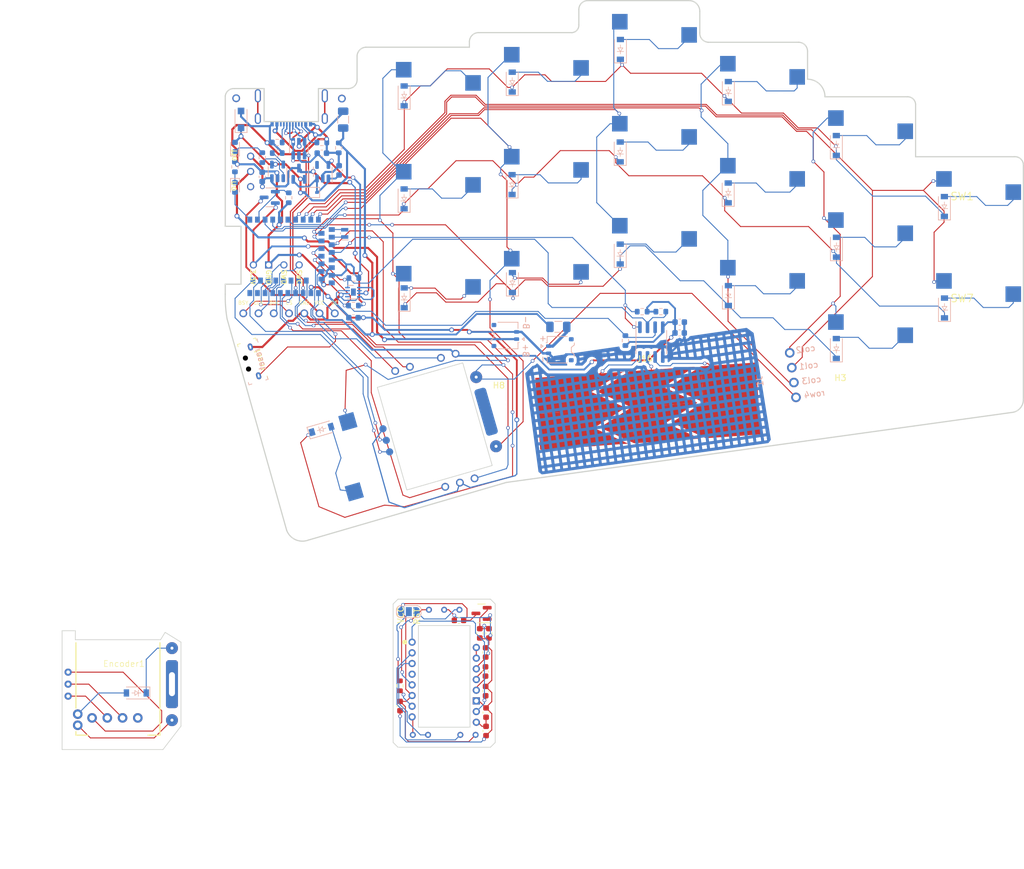
<source format=kicad_pcb>
(kicad_pcb (version 20211014) (generator pcbnew)
  (layers (0 "F.Cu" signal) (31 "B.Cu" signal) (34 "B.Paste" user) (35 "F.Paste" user) (36 "B.SilkS" user "B.Silkscreen") (37 "F.SilkS" user "F.Silkscreen") (38 "B.Mask" user) (39 "F.Mask" user) (44 "Edge.Cuts" user))
  (net 0 "")
  (net 1 "/mcu/VRAW")
  (net 2 "GND")
  (net 3 "Net-(D1-Pad2)")
  (net 4 "Net-(D2-Pad2)")
  (net 5 "Net-(D3-Pad2)")
  (net 6 "Net-(D4-Pad2)")
  (net 7 "Net-(D5-Pad2)")
  (net 8 "Net-(D6-Pad2)")
  (net 9 "Net-(D7-Pad2)")
  (net 10 "Net-(D8-Pad2)")
  (net 11 "Net-(D9-Pad2)")
  (net 12 "Net-(D10-Pad2)")
  (net 13 "Net-(D11-Pad2)")
  (net 14 "Net-(D12-Pad2)")
  (net 15 "Net-(D14-Pad2)")
  (net 16 "Net-(D15-Pad2)")
  (net 17 "Net-(D16-Pad2)")
  (net 18 "Net-(D17-Pad2)")
  (net 19 "/mcu/VBUS")
  (net 20 "Net-(C2-Pad1)")
  (net 21 "/mcu/nRF_VDD")
  (net 22 "/mcu/VBAT")
  (net 23 "Net-(C5-Pad1)")
  (net 24 "/trackball/GND")
  (net 25 "/trackball/1.8V")
  (net 26 "Net-(C8-Pad1)")
  (net 27 "Net-(C8-Pad2)")
  (net 28 "/trackball/3.3V")
  (net 29 "Net-(C12-Pad1)")
  (net 30 "/VCC")
  (net 31 "/keyboard/ROW_1")
  (net 32 "/keyboard/ROW_2")
  (net 33 "/keyboard/ROW_3")
  (net 34 "/encoder/ROW_4")
  (net 35 "Net-(D18-Pad2)")
  (net 36 "/mcu/BLUE_LED")
  (net 37 "/encoder/ENC_A")
  (net 38 "/encoder/ENC_B")
  (net 39 "/encoder/COL_4")
  (net 40 "/encoder/GND")
  (net 41 "Net-(F1-Pad2)")
  (net 42 "Net-(F2-Pad2)")
  (net 43 "/keyboard/COL_1")
  (net 44 "/keyboard/COL_2")
  (net 45 "/keyboard/COL_3")
  (net 46 "/mcu/0.07{slash}hi")
  (net 47 "/mcu/0.22{slash}hi")
  (net 48 "/mcu/1.02")
  (net 49 "/mcu/1.04")
  (net 50 "/mcu/1.00{slash}hi")
  (net 51 "Net-(J12-PadA5)")
  (net 52 "/mcu/D+")
  (net 53 "/mcu/D-")
  (net 54 "Net-(J12-PadB5)")
  (net 55 "unconnected-(J12-PadS1)")
  (net 56 "Net-(J16-Pad1)")
  (net 57 "Net-(J16-Pad2)")
  (net 58 "Net-(J16-Pad3)")
  (net 59 "/mcu/VCC_CTRL")
  (net 60 "Net-(R6-Pad2)")
  (net 61 "Net-(R7-Pad1)")
  (net 62 "/mcu/SDA")
  (net 63 "/mcu/SCL")
  (net 64 "/touchbar/INT")
  (net 65 "/COL5")
  (net 66 "/keyboard/COL_6")
  (net 68 "/mcu/RESET")
  (net 71 "/trackball/SDIO")
  (net 72 "/trackball/SCLK")
  (net 74 "/trackball/NCS")
  (net 75 "/trackball/NRESET")
  (net 76 "/trackball/MOTION")
  (net 77 "Net-(U6-Pad15)")
  (net 78 "Net-(U1-Pad13)")
  (net 79 "Net-(U1-Pad11)")
  (net 80 "/mcu/0.20{slash}hi")
  (net 81 "/mcu/0.12{slash}hi")
  (net 83 "/mcu/0.15{slash}hi")
  (net 84 "/mcu/0.17{slash}hi")
  (net 85 "/mcu/SWD")
  (net 86 "/mcu/SWC")
  (net 87 "/mcu/1.06")
  (net 88 "/mcu/0.10{slash}nfc")
  (net 91 "/mcu/0.24")
  (net 92 "/mcu/0.13")
  (net 93 "Net-(JP1-Pad2)")
  (net 94 "/ROW4")
  (net 95 "/keyboard/COL_4")
  (net 96 "/mcu/0.09{slash}nfc")
  (net 97 "Net-(R13-Pad2)")
  (net 98 "Net-(D20-Pad2)")
  (net 99 "Net-(D21-Pad2)")
  (net 100 "Net-(D23-Pad1)")
  (net 101 "Net-(D24-Pad1)")
  (footprint "Capacitor_SMD:C_0603_1608Metric" (layer "F.Cu") (at 120.804 141.526 -90)
    (fp_text reference "C6" hide)
    (fp_text value "100n")
  )
  (footprint "Capacitor_SMD:C_0603_1608Metric" (layer "F.Cu") (at 120.254 151.156 90)
    (fp_text reference "C5" hide)
    (fp_text value "10n")
  )
  (footprint "mylib:Kailh_Choc_Hotplug" (layer "F.Cu") (at 127.878745 68.031463)
    (fp_text reference "SW11" hide)
    (fp_text value "SW_PUSH-kbd" hide)
  )
  (footprint "mylib:Kailh_Choc_Hotplug" (layer "F.Cu") (at 92.484 111.02 -74)
    (fp_text reference "SW20" hide)
    (fp_text value "SW_PUSH-kbd" hide)
  )
  (footprint "mylib:Conn_Display_MountHole" (layer "F.Cu") (at 87.5 88.19)
    (fp_text reference "J9" hide)
    (fp_text value "Conn_Display_general")
  )
  (footprint "mylib:PMW3610-Ref-Male" (layer "F.Cu") (at 108 143)
    (fp_text reference "J3" hide)
    (fp_text value "Conn_01x07")
    (fp_line (start -2.35 17.52) (end -3.15 16.72) (layer "Edge.Cuts") (width 0.12))
    (fp_line (start 13.85 -6.37) (end 13.85 16.72) (layer "Edge.Cuts") (width 0.12))
    (fp_line (start -3.15 16.72) (end -3.15 -6.37) (layer "Edge.Cuts") (width 0.12))
    (fp_line (start 13.05 17.52) (end -2.35 17.52) (layer "Edge.Cuts") (width 0.12))
    (fp_line (start 13.05 -7.17) (end 13.85 -6.37) (layer "Edge.Cuts") (width 0.12))
    (fp_line (start 13.85 16.72) (end 13.05 17.52) (layer "Edge.Cuts") (width 0.12))
    (fp_line (start -2.35 -7.17) (end 13.05 -7.17) (layer "Edge.Cuts") (width 0.12))
    (fp_line (start -3.15 -6.37) (end -2.35 -7.17) (layer "Edge.Cuts") (width 0.12))
  )
  (footprint "mylib:Kailh_Choc_Hotplug" (layer "F.Cu") (at 145.878745 62.531463)
    (fp_text reference "SW10" hide)
    (fp_text value "SW_PUSH-kbd" hide)
  )
  (footprint "MountingHole:MountingHole_3.2mm_M3_DIN965" (layer "F.Cu") (at 179.352 105.686)
    (fp_text reference "H3")
    (fp_text value "MountingHole")
  )
  (footprint "mylib:Kailh_Choc_Hotplug" (layer "F.Cu") (at 145.878745 45.531463)
    (fp_text reference "SW4" hide)
    (fp_text value "SW_PUSH-kbd" hide)
  )
  (footprint "mylib:TouchSlider-3_36x12mm" (layer "F.Cu") (at 147.3 103.658272 4)
    (fp_text reference "J16")
    (fp_text value "Conn_01x03_Male")
  )
  (footprint "mylib:Kailh_Choc_Hotplug" (layer "F.Cu") (at 163.878745 86.531463)
    (fp_text reference "SW15" hide)
    (fp_text value "SW_PUSH-kbd" hide)
  )
  (footprint "mylib:Panasonic_EVQWGD001_Ref" (layer "F.Cu") (at 112.643906 106.791099 106)
    (fp_text reference "Ref1" hide)
    (fp_text value "Conn_01x05")
    (fp_rect (start -8.9 -8.3) (end 8.9 6.5) (layer "Edge.Cuts") (width 0.12) (fill none))
  )
  (footprint "mylib:Kailh_Choc_Hotplug" (layer "F.Cu") (at 181.878745 61.592)
    (fp_text reference "SW2" hide)
    (fp_text value "SW_PUSH-kbd" hide)
  )
  (footprint "mylib:Kailh_Choc_Hotplug" (layer "F.Cu") (at 109.878745 70.531463)
    (fp_text reference "SW12" hide)
    (fp_text value "SW_PUSH-kbd" hide)
  )
  (footprint "mylib:Kailh_Choc_Hotplug" (layer "F.Cu") (at 199.878745 71.736537)
    (fp_text reference "SW1")
    (fp_text value "SW_PUSH-kbd" hide)
  )
  (footprint "Connector_PinHeader_2.54mm:PinHeader_1x04_P2.54mm_Vertical" (layer "F.Cu") (at 89.184 80.116 -90)
    (fp_text reference "J11" hide)
    (fp_text value "Conn_01x04_Female")
  )
  (footprint "MountingHole:MountingHole_3.2mm_M3_DIN965" (layer "F.Cu") (at 136.804 43.066)
    (fp_text reference "H6" hide)
    (fp_text value "MountingHole")
  )
  (footprint "Capacitor_SMD:C_0603_1608Metric" (layer "F.Cu") (at 115.814 139.366)
    (fp_text reference "C9" hide)
    (fp_text value "1u")
  )
  (footprint "mylib:Panasonic_EVQWGD001_Latest" (layer "F.Cu") (at 60 150 90)
    (fp_text reference "Encoder1" hide)
    (fp_text value "RotaryEncoder")
  )
  (footprint "Capacitor_SMD:C_0603_1608Metric" (layer "F.Cu") (at 120.324 157.806 -90)
    (fp_text reference "C12" hide)
    (fp_text value " 10u (X7R)")
  )
  (footprint "mylib:Kailh_Choc_Hotplug" (layer "F.Cu") (at 127.878745 51.031463)
    (fp_text reference "SW5" hide)
    (fp_text value "SW_PUSH-kbd" hide)
  )
  (footprint "mylib:SW_BSI10" (layer "F.Cu") (at 77.8 64.538 90)
    (fp_text reference "SW_Bat1" hide)
    (fp_text value "SW_Battery-kbd")
  )
  (footprint "mylib:Kailh_Choc_Hotplug" (layer "F.Cu") (at 109.878745 53.531463)
    (fp_text reference "SW6" hide)
    (fp_text value "SW_PUSH-kbd" hide)
  )
  (footprint "MountingHole:MountingHole_2mm" (layer "F.Cu") (at 122.456 103.4)
    (fp_text reference "H8")
    (fp_text value "MountingHole")
  )
  (footprint "mylib:Kailh_Choc_Hotplug" (layer "F.Cu") (at 163.878745 69.531463)
    (fp_text reference "SW9" hide)
    (fp_text value "SW_PUSH-kbd" hide)
  )
  (footprint "Package_TO_SOT_SMD:SOT-23" (layer "F.Cu") (at 119.574 138.206 180)
    (fp_text reference "U7" hide)
    (fp_text value "MCP1700-1802E-TT")
  )
  (footprint "MountingHole:MountingHole_3.2mm_M3_DIN965" (layer "F.Cu") (at 138.994 91.686)
    (fp_text reference "H2" hide)
    (fp_text value "MountingHole")
  )
  (footprint "mylib:Kailh_Choc_Hotplug" (layer "F.Cu") (at 109.878745 87.531463)
    (fp_text reference "SW18" hide)
    (fp_text value "SW_PUSH-kbd" hide)
  )
  (footprint "MountingHole:MountingHole_3.2mm_M3_DIN965" (layer "F.Cu") (at 90.504 100.646)
    (fp_text reference "H1" hide)
    (fp_text value "MountingHole")
  )
  (footprint "Capacitor_SMD:C_0603_1608Metric" (layer "F.Cu") (at 119.284 141.526 -90)
    (fp_text reference "C10" hide)
    (fp_text value "1u")
  )
  (footprint "mylib:Kailh_Choc_Hotplug" (layer "F.Cu") (at 145.878745 79.531463)
    (fp_text reference "SW16" hide)
    (fp_text value "SW_PUSH-kbd" hide)
  )
  (footprint "Resistor_SMD:R_0603_1608Metric" (layer "F.Cu") (at 105.974 150.276 -90)
    (fp_text reference "R13" hide)
    (fp_text value "2M")
  )
  (footprint "Capacitor_SMD:C_0603_1608Metric" (layer "F.Cu") (at 120.259 144.706 90)
    (fp_text reference "C7" hide)
    (fp_text value "3.3u/16V")
  )
  (footprint "MountingHole:MountingHole_3.2mm_M3_DIN965" (layer "F.Cu") (at 191.174 80.226)
    (fp_text reference "H4" hide)
    (fp_text value "MountingHole")
  )
  (footprint "MountingHole:MountingHole_3.2mm_M3_DIN965" (layer "F.Cu") (at 173.934 52.036)
    (fp_text reference "H5" hide)
    (fp_text value "MountingHole")
  )
  (footprint "mylib:Kailh_Choc_Hotplug" (layer "F.Cu") (at 163.878745 52.531463)
    (fp_text reference "SW3" hide)
    (fp_text value "SW_PUSH-kbd" hide)
  )
  (footprint "Capacitor_SMD:C_0603_1608Metric" (layer "F.Cu") (at 120.234 147.886 -90)
    (fp_text reference "C8" hide)
    (fp_text value " 100n (X7R)")
  )
  (footprint "mylib:Kailh_Choc_Hotplug" (layer "F.Cu") (at 181.878745 95.592)
    (fp_text reference "SW14" hide)
    (fp_text value "SW_PUSH-kbd" hide)
  )
  (footprint "mylib:PMW3610" (layer "F.Cu") (at 108 143)
    (fp_text reference "U6" hide)
    (fp_text value "PMW3610")
    (fp_line (start 1.05 -2.78) (end 1.05 14.18) (layer "Edge.Cuts") (width 0.12))
    (fp_line (start 1.05 -2.78) (end 9.65 -2.78) (layer "Edge.Cuts") (width 0.12))
    (fp_line (start 1.05 14.18) (end 9.65 14.18) (layer "Edge.Cuts") (width 0.12))
    (fp_line (start 9.65 -2.78) (end 9.65 14.18) (layer "Edge.Cuts") (width 0.12))
  )
  (footprint "mylib:Kailh_Choc_Hotplug" (layer "F.Cu") (at 199.878745 88.736537)
    (fp_text reference "SW7")
    (fp_text value "SW_PUSH-kbd" hide)
  )
  (footprint "mylib:Kailh_Choc_Hotplug" (layer "F.Cu") (at 127.878745 85.031463)
    (fp_text reference "SW17" hide)
    (fp_text value "SW_PUSH-kbd" hide)
  )
  (footprint "Capacitor_SMD:C_0603_1608Metric" (layer "F.Cu") (at 120.324 154.736 90)
    (fp_text reference "C13" hide)
    (fp_text value " 10n (X7R)")
  )
  (footprint "mylib:Kailh_Choc_Hotplug" (layer "F.Cu") (at 181.878745 78.592)
    (fp_text reference "SW8" hide)
    (fp_text value "SW_PUSH-kbd" hide)
  )
  (footprint "MountingHole:MountingHole_3.2mm_M3_DIN965" (layer "F.Cu") (at 101.034 45.986)
    (fp_text reference "H7" hide)
    (fp_text value "MountingHole")
  )
  (footprint "mylib:Panasonic_EVQWGD001_Ref_Male" (layer "F.Cu") (at 60 150 90)
    (fp_text reference "J5" hide)
    (fp_text value "Conn_01x05")
    (fp_line (start 8.9 -8.1) (end 7.4 -8.1) (layer "Edge.Cuts") (width 0.12))
    (fp_line (start -10.9 -10.3) (end 8.9 -10.3) (layer "Edge.Cuts") (width 0.12))
    (fp_line (start 8.9 -10.3) (end 8.9 -8.1) (layer "Edge.Cuts") (width 0.12))
    (fp_line (start 7.4 6.1) (end 8.636 6.858) (layer "Edge.Cuts") (width 0.12))
    (fp_line (start 7.4 -8.1) (end 7.4 6.1) (layer "Edge.Cuts") (width 0.12))
    (fp_line (start -7 9.5) (end -10.9 6.5) (layer "Edge.Cuts") (width 0.12))
    (fp_line (start -10.9 6.5) (end -10.9 -10.3) (layer "Edge.Cuts") (width 0.12))
    (fp_line (start 8.636 6.858) (end 7 9.5) (layer "Edge.Cuts") (width 0.12))
    (fp_line (start 7 9.5) (end -7 9.5) (layer "Edge.Cuts") (width 0.12))
  )
  (footprint "Capacitor_SMD:C_0603_1608Metric" (layer "F.Cu") (at 105.994 153.646 -90)
    (fp_text reference "C11" hide)
    (fp_text value "100n")
  )
  (footprint "Resistor_SMD:R_0603_1608Metric" (layer "B.Cu") (at 98.235 86.89 180)
    (fp_text reference "R9" hide)
    (fp_text value "5.1k")
  )
  (footprint "mylib:Diode" (layer "B.Cu") (at 160.684 51.206 90)
    (fp_text reference "D3" hide)
    (fp_text value "1N4148W" hide)
  )
  (footprint "Fuse:Fuse_1206_3216Metric" (layer "B.Cu") (at 96.52 55.902 90)
    (fp_text reference "F1" hide)
    (fp_text value "500mA")
  )
  (footprint "mylib:Diode" (layer "B.Cu") (at 124.684 49.646 90)
    (fp_text reference "D5" hide)
    (fp_text value "1N4148W" hide)
  )
  (footprint "Resistor_SMD:R_0603_1608Metric" (layer "B.Cu") (at 146.332 87.906 180)
    (fp_text reference "R12" hide)
    (fp_text value "10k")
  )
  (footprint "mylib:Diode" (layer "B.Cu") (at 196.694 87.296537 90)
    (fp_text reference "D7" hide)
    (fp_text value "1N4148W" hide)
  )
  (footprint "mylib:Diode" (layer "B.Cu") (at 106.68 51.942 90)
    (fp_text reference "D6" hide)
    (fp_text value "1N4148W" hide)
  )
  (footprint "Capacitor_SMD:C_0603_1608Metric" (layer "B.Cu") (at 95.844 64.356 90)
    (fp_text reference "C2" hide)
    (fp_text value "10u")
  )
  (footprint "mylib:Diode" (layer "B.Cu") (at 196.674 70.376537 90)
    (fp_text reference "D1" hide)
    (fp_text value "1N4148W" hide)
  )
  (footprint "Resistor_SMD:R_0603_1608Metric" (layer "B.Cu") (at 143.538 92.732 90)
    (fp_text reference "R10" hide)
    (fp_text value "10k")
  )
  (footprint "mylib:nrfmicro_USB-C_C168688" (layer "B.Cu") (at 87.878743 56.221463 180)
    (fp_text reference "J12" hide)
    (fp_text value "USB-C USB 2.0 MC-372")
  )
  (footprint "mylib:Diode" (layer "B.Cu") (at 106.674 69.106 90)
    (fp_text reference "D12" hide)
    (fp_text value "1N4148W" hide)
  )
  (footprint "mylib:Diode" (layer "B.Cu") (at 124.654 66.726 90)
    (fp_text reference "D11" hide)
    (fp_text value "1N4148W" hide)
  )
  (footprint "mylib:Diode" (layer "B.Cu") (at 160.694 85.226 90)
    (fp_text reference "D15" hide)
    (fp_text value "1N4148W" hide)
  )
  (footprint "Crystal:Crystal_SMD_MicroCrystal_CM9V-T1A-2Pin_1.6x1.0mm" (layer "B.Cu") (at 96.774 74.86 90)
    (fp_text reference "X1" hide)
    (fp_text value "32.768 kHz")
  )
  (footprint "Diode_SMD:D_SOD-123F" (layer "B.Cu") (at 79.504 55.8585 90)
    (fp_text reference "D25" hide)
    (fp_text value "SMF9.0CA")
  )
  (footprint "mylib:MAX17048-TDFN-8-1EP_2x2mm_P0.5mm_EP0.8x1.2mm" (layer "B.Cu") (at 98.226 84.65 180)
    (fp_text reference "U4" hide)
    (fp_text value "MAX17048")
  )
  (footprint "Resistor_SMD:R_0603_1608Metric" (layer "B.Cu") (at 85.534 61.476)
    (fp_text reference "R7" hide)
    (fp_text value "5K")
  )
  (footprint "mylib:Diode" (layer "B.Cu") (at 124.714 83.058 90)
    (fp_text reference "D17" hide)
    (fp_text value "1N4148W" hide)
  )
  (footprint "mylib:JST_ACH_BM02B-ACHSS-GAN-ETF_1x02-1MP_P1.20mm_Vertical" (layer "B.Cu") (at 132.616 94.256 -90)
    (fp_text reference "WirelessCharger1" hide)
    (fp_text value "Conn_01x02_Female" hide)
  )
  (footprint "Capacitor_SMD:C_0603_1608Metric" (layer "B.Cu") (at 92.964 61.49)
    (fp_text reference "C3" hide)
    (fp_text value "4.7u")
  )
  (footprint "Capacitor_SMD:C_0603_1608Metric" (layer "B.Cu") (at 152.584 89.656)
    (fp_text reference "C15" hide)
    (fp_text value "1uF")
  )
  (footprint "mylib:E73-2G4M08S1C-52840" (layer "B.Cu") (at 95 78.69 180)
    (fp_text reference "U1" hide)
    (fp_text value "E73-2G4M08S1C" hide)
  )
  (footprint "LED_SMD:LED_0603_1608Metric" (layer "B.Cu") (at 78.5 67.19 -90)
    (fp_text reference "D23" hide)
    (fp_text value "BLUE")
  )
  (footprint "Capacitor_SMD:C_0603_1608Metric" (layer "B.Cu") (at 83.034 65.446 90)
    (fp_text reference "C4" hide)
    (fp_text value "0.1u")
  )
  (footprint "Package_TO_SOT_SMD:SOT-23-5" (layer "B.Cu") (at 93.114 64.586 90)
    (fp_text reference "U3" hide)
    (fp_text value "XC6220B331MR-G")
  )
  (footprint "mylib:Diode" (layer "B.Cu") (at 178.674 94.046537 90)
    (fp_text reference "D14" hide)
    (fp_text value "1N4148W" hide)
  )
  (footprint "Capacitor_SMD:C_0603_1608Metric" (layer "B.Cu") (at 98.236 88.922)
    (fp_text reference "C1" hide)
    (fp_text value "4.7u")
  )
  (footprint "Resistor_SMD:R_0603_1608Metric" (layer "B.Cu") (at 149.443 87.906)
    (fp_text reference "R11" hide)
    (fp_text value "10k")
  )
  (footprint "Resistor_SMD:R_0603_1608Metric" (layer "B.Cu") (at 92.964 59.712 180)
    (fp_text reference "R2" hide)
    (fp_text value "5.1K")
  )
  (footprint "mylib:SW_Reset_vertical" (layer "B.Cu") (at 79.677489 96.796 -74)
    (fp_text reference "SW_Reset1" hide)
    (fp_text value "SW_RESET-kbd")
  )
  (footprint "Package_TO_SOT_SMD:SOT-23" (layer "B.Cu") (at 89.154 64.916 90)
    (fp_text reference "Q1" hide)
    (fp_text value "AO3407")
  )
  (footprint "mylib:Diode" (layer "B.Cu") (at 62.064 151.466 180)
    (fp_text reference "D21" hide)
    (fp_text value "1N4148W" hide)
  )
  (footprint "Resistor_SMD:R_0603_1608Metric" (layer "B.Cu") (at 78.486 63.776 90)
    (fp_text reference "R4" hide)
    (fp_text value "1K")
  )
  (footprint "mylib:JST_ACH_BM02B-ACHSS-GAN-ETF_1x02-1MP_P1.20mm_Vertical" (layer "B.Cu") (at 123.534 91.886 90)
    (fp_text reference "Bat_main1" hide)
    (fp_text value "Conn_Battery_solderable")
  )
  (footprint "Fuse:Fuse_1206_3216Metric" (layer "B.Cu") (at 132.362 90.446)
    (fp_text reference "F2" hide)
    (fp_text value "500mA")
  )
  (footprint "mylib:Diode" (layer "B.Cu") (at 142.674 61.286 90)
    (fp_text reference "D10" hide)
    (fp_text value "1N4148W" hide)
  )
  (footprint "Resistor_SMD:R_0603_1608Metric" (layer "B.Cu") (at 95.784 60.606 -90)
    (fp_text reference "R3" hide)
    (fp_text value "100K")
  )
  (footprint "Resistor_SMD:R_0603_1608Metric" (layer "B.Cu") (at 85.534 59.712 180)
    (fp_text reference "R1" hide)
    (fp_text value "5.1K")
  )
  (footprint "mylib:Diode" (layer "B.Cu") (at 142.674 78.306 90)
    (fp_text reference "D16" hide)
    (fp_text value "1N4148W" hide)
  )
  (footprint "Package_TO_SOT_SMD:SOT-23" (layer "B.Cu") (at 84.284 68.856 180)
    (fp_text reference "Q2" hide)
    (fp_text value "AO3407")
  )
  (footprint "mylib:SRV05-4" (layer "B.Cu") (at 89.144 60.728 -90)
    (fp_text reference "U2" hide)
    (fp_text value "SRV05-4")
  )
  (footprint "mylib:Diode" (layer "B.Cu") (at 178.694 77.166537 90)
    (fp_text reference "D8" hide)
    (fp_text value "1N4148W" hide)
  )
  (footprint "Package_TO_SOT_SMD:SOT-23-5" (layer "B.Cu") (at 85.594 64.526 90)
    (fp_text reference "U5" hide)
    (fp_text value "TP4054")
  )
  (footprint "Resistor_SMD:R_0603_1608Metric" (layer "B.Cu") (at 83.044 62.236 -90)
    (fp_text reference "R6" hide)
    (fp_text value "1K")
  )
  (footprint "mylib:Diode" (layer "B.Cu") (at 160.664 68.116 90)
    (fp_text reference "D9" hide)
    (fp_text value "1N4148W" hide)
  )
  (footprint "mylib:PMW3610-Ref" (layer "B.Cu") (at 109.334 112.686 16)
    (fp_text reference "Ref2" hide)
    (fp_text value "Conn_1x07")
  )
  (footprint "Resistor_SMD:R_0603_1608Metric" (layer "B.Cu") (at 87.454 68.926 -90)
    (fp_text reference "R5" hide)
    (fp_text value "2M")
  )
  (footprint "Resistor_SMD:R_0603_1608Metric" (layer "B.Cu") (at 98.298 82.318 180)
    (fp_text reference "R8" hide)
    (fp_text value "5.1k")
  )
  (footprint "mylib:Diode" (layer "B.Cu") (at 106.68 85.598 90)
    (fp_text reference "D18" hide)
    (fp_text value "1N4148W" hide)
  )
  (footprint "LED_SMD:LED_0603_1608Metric" (layer "B.Cu") (at 78.5 60.474 90)
    (fp_text reference "D24" hide)
    (fp_text value "RED")
  )
  (footprint "mylib:Diode" (layer "B.Cu") (at 92.924 107.536 16)
    (fp_text reference "D20" hide)
    (fp_text value "1N4148W" hide)
  )
  (footprint "mylib:Diode" (layer "B.Cu") (at 178.674 60.206537 90)
    (fp_text reference "D2" hide)
    (fp_text value "1N4148W" hide)
  )
  (footprint "Package_SO:SOIC-8_3.9x4.9mm_P1.27mm" (layer "B.Cu") (at 147.856 92.986 -90)
    (fp_text reference "U8" hide)
    (fp_text value "CAP1203")
  )
  (footprint "Diode_SMD:D_SOD-323" (layer "B.Cu") (at 91.104 68.046 180)
    (fp_text reference "D22" hide)
    (fp_text value "BAT60B")
  )
  (footprint "Capacitor_SMD:C_0603_1608Metric" (layer "B.Cu") (at 152.574 91.456)
    (fp_text reference "C14" hide)
    (fp_text value "0.1uF")
  )
  (footprint "mylib:Diode" (layer "B.Cu") (at 142.704 44.196 90)
    (fp_text reference "D4" hide)
    (fp_text value "1N4148W" hide)
  )
  (footprint "Jumper:SolderJumper-3_P1.3mm_Open_RoundedPad1.0x1.5mm_NumberLabels" (layer "B.Cu") (at 107.454 137.916 180)
    (fp_text reference "JP1" hide)
    (fp_text value "SolderJumper_3_Open")
  )
  (footprint "mylib:Magnetic-PogoPin-1x04-Female" (layer "B.Cu") (at 171.434 98.483835 -82)
    (fp_text reference "J1")
    (fp_text value "expantion1")
  )
  (gr_line (start 157.328743 43.006463) (end 172.378743 43.006463) (layer "Edge.Cuts") (width 0.2))
  (gr_arc (start 154.233743 36.061463) (mid 155.438805 36.621321) (end 155.928743 37.856463) (layer "Edge.Cuts") (width 0.2))
  (gr_arc (start 98.834 45.3) (mid 99.284338 44.283557) (end 100.3 43.831463) (layer "Edge.Cuts") (width 0.2))
  (gr_line (start 176.778743 52.092) (end 190.528743 52.092) (layer "Edge.Cuts") (width 0.2))
  (gr_line (start 79.502 83.334) (end 76.878743 83.334) (layer "Edge.Cuts") (width 0.2))
  (gr_line (start 77.184 89.126) (end 87.104 124.346) (layer "Edge.Cuts") (width 0.2))
  (gr_arc (start 135.778938 37.54105) (mid 136.222437 36.490666) (end 137.278743 36.061463) (layer "Edge.Cuts") (width 0.2))
  (gr_arc (start 173.878743 49.167) (mid 175.93453 50.02889) (end 176.778743 52.092) (layer "Edge.Cuts") (width 0.2))
  (gr_line (start 83.348743 56.221463) (end 92.398743 56.221463) (layer "Edge.Cuts") (width 0.2))
  (gr_line (start 79.502 73.682) (end 79.502 83.334) (layer "Edge.Cuts") (width 0.2))
  (gr_line (start 83.348743 50.723963) (end 83.348743 56.221463) (layer "Edge.Cuts") (width 0.2))
  (gr_line (start 97.378743 50.721463) (end 92.398743 50.723963) (layer "Edge.Cuts") (width 0.2))
  (gr_arc (start 172.378743 43.006463) (mid 173.439403 43.445803) (end 173.878743 44.506463) (layer "Edge.Cuts") (width 0.2))
  (gr_arc (start 77.184 89.126) (mid 76.933638 87.070231) (end 76.878743 85) (layer "Edge.Cuts") (width 0.2))
  (gr_line (start 119.158999 41.4) (end 134.628743 41.4) (layer "Edge.Cuts") (width 0.2))
  (gr_line (start 191.878743 53.367) (end 191.878743 62.086532) (layer "Edge.Cuts") (width 0.2))
  (gr_arc (start 98.834 49.168) (mid 98.44816 50.264913) (end 97.378743 50.721463) (layer "Edge.Cuts") (width 0.2))
  (gr_line (start 173.878743 44.506463) (end 173.878743 49.167) (layer "Edge.Cuts") (width 0.2))
  (gr_line (start 123.704 116.376) (end 90.714 125.986) (layer "Edge.Cuts") (width 0.2))
  (gr_line (start 76.878743 83.334) (end 76.878743 85) (layer "Edge.Cuts") (width 0.2))
  (gr_arc (start 190.528743 52.092) (mid 191.467805 52.449905) (end 191.878743 53.367) (layer "Edge.Cuts") (width 0.2))
  (gr_line (start 137.278743 36.061463) (end 154.233743 36.061463) (layer "Edge.Cuts") (width 0.2))
  (gr_arc (start 90.714 125.986) (mid 88.569345 125.913655) (end 87.104 124.346) (layer "Edge.Cuts") (width 0.2))
  (gr_line (start 123.704 116.376) (end 208.1918 104.669987) (layer "Edge.Cuts") (width 0.2))
  (gr_line (start 155.928743 37.856463) (end 155.928743 41.426) (layer "Edge.Cuts") (width 0.2))
  (gr_arc (start 117.550501 42.856384) (mid 118.053123 41.795061) (end 119.158999 41.4) (layer "Edge.Cuts") (width 0.2))
  (gr_line (start 76.878743 73.682) (end 76.878743 51.971463) (layer "Edge.Cuts") (width 0.2))
  (gr_line (start 98.834 49.168) (end 98.834 45.3) (layer "Edge.Cuts") (width 0.2))
  (gr_line (start 191.878743 62.086532) (end 208.308 62.086532) (layer "Edge.Cuts") (width 0.2))
  (gr_arc (start 209.831984 102.535003) (mid 209.388821 103.892068) (end 208.1918 104.669987) (layer "Edge.Cuts") (width 0.2))
  (gr_line (start 117.550501 43.831463) (end 117.550501 42.856384) (layer "Edge.Cuts") (width 0.2))
  (gr_line (start 209.832 63.346537) (end 209.831984 102.535003) (layer "Edge.Cuts") (width 0.2))
  (gr_line (start 92.398743 56.221463) (end 92.398743 50.723963) (layer "Edge.Cuts") (width 0.2))
  (gr_line (start 83.348743 50.723963) (end 78.378743 50.721463) (layer "Edge.Cuts") (width 0.2))
  (gr_arc (start 76.878743 51.971463) (mid 77.381918 51.050273) (end 78.378743 50.721463) (layer "Edge.Cuts") (width 0.2))
  (gr_line (start 135.778743 40.1) (end 135.778743 37.541063) (layer "Edge.Cuts") (width 0.2))
  (gr_line (start 76.878743 73.682) (end 79.502 73.682) (layer "Edge.Cuts") (width 0.2))
  (gr_arc (start 208.308 62.086532) (mid 209.330956 62.400904) (end 209.832 63.346537) (layer "Edge.Cuts") (width 0.2))
  (gr_arc (start 157.328743 43.006463) (mid 156.301419 42.506181) (end 155.928743 41.426) (layer "Edge.Cuts") (width 0.2))
  (gr_arc (start 135.778743 40.1) (mid 135.472982 40.988173) (end 134.628743 41.4) (layer "Edge.Cuts") (width 0.2))
  (gr_line (start 100.3 43.831463) (end 117.550501 43.831463) (layer "Edge.Cuts") (width 0.2))
  (gr_text "VCC" (at 106.104 138.456 90) (layer "F.SilkS") (effects (font (size 1 1))))
  (gr_text "RST" (at 108.834 138.716 90) (layer "F.SilkS") (effects (font (size 1 1))))
  (segment (start 102.164 78.79) (end 102.164 91.341023) (width 0.35) (layer "F.Cu") (net 1))
  (segment (start 102.164 91.341023) (end 103.406 92.583023) (width 0.35) (layer "F.Cu") (net 1))
  (segment (start 79.766 65.838) (end 78.826 66.778) (width 0.35) (layer "F.Cu") (net 1))
  (segment (start 95.056 77.278) (end 100.652 77.278) (width 0.35) (layer "F.Cu") (net 1))
  (segment (start 79.8 65.838) (end 79.766 65.838) (width 0.35) (layer "F.Cu") (net 1))
  (segment (start 78.826 66.778) (end 78.826 71.978) (width 0.35) (layer "F.Cu") (net 1))
  (segment (start 81.1 64.538) (end 79.8 65.838) (width 0.35) (layer "F.Cu") (net 1))
  (segment (start 90.056 75.628) (end 90.636 76.208) (width 0.35) (layer "F.Cu") (net 1))
  (segment (start 100.652 77.278) (end 102.164 78.79) (width 0.35) (layer "F.Cu") (net 1))
  (segment (start 93.986 76.208) (end 95.056 77.278) (width 0.35) (layer "F.Cu") (net 1))
  (segment (start 90.636 76.208) (end 93.986 76.208) (width 0.35) (layer "F.Cu") (net 1))
  (via (at 103.406 92.583023) (size 0.8) (drill 0.5) (layers "F.Cu" "B.Cu") (net 1))
  (via (at 78.826 71.978) (size 0.8) (drill 0.5) (layers "F.Cu" "B.Cu") (net 1))
  (via (at 90.056 75.628) (size 0.8) (drill 0.5) (layers "F.Cu" "B.Cu") (net 1))
  (segment (start 82.376 75.528) (end 89.956 75.528) (width 0.35) (layer "B.Cu") (net 1))
  (segment (start 103.503023 92.486) (end 103.406 92.583023) (width 0.35) (layer "B.Cu") (net 1))
  (segment (start 89.956 75.528) (end 90.056 75.628) (width 0.35) (layer "B.Cu") (net 1))
  (segment (start 78.826 71.978) (end 82.376 75.528) (width 0.35) (layer "B.Cu") (net 1))
  (segment (start 125.409 92.486) (end 103.503023 92.486) (width 0.35) (layer "B.Cu") (net 1))
  (segment (start 89.901988 61.662012) (end 85.760012 61.662012) (width 0.35) (layer "F.Cu") (net 2))
  (segment (start 80.906 56.808) (end 83.856 59.758) (width 0.35) (layer "F.Cu") (net 2))
  (segment (start 93.286 82.028) (end 89.716 78.458) (width 0.35) (layer "F.Cu") (net 2))
  (segment (start 117.202 90.954) (end 117.534 91.286) (width 0.3) (layer "F.Cu") (net 2))
  (segment (start 89.716 78.458) (end 89.216 78.458) (width 0.35) (layer "F.Cu") (net 2))
  (segment (start 95.532 86.912) (end 97.526 88.906) (width 0.3) (layer "F.Cu") (net 2))
  (segment (start 78.883 60.965) (end 78.056 60.138) (width 0.35) (layer "F.Cu") (net 2))
  (segment (start 83.049775 93.800225) (end 81.055108 93.800225) (width 0.35) (layer "F.Cu") (net 2))
  (segment (start 125.444 95.986) (end 125.444 105.936) (width 0.3) (layer "F.Cu") (net 2))
  (segment (start 92.406 59.158) (end 89.901988 61.662012) (width 0.35) (layer "F.Cu") (net 2))
  (segment (start 95.996 85.128) (end 96.176 85.128) (width 0.35) (layer "F.Cu") (net 2))
  (segment (start 94.466 83.418) (end 96.176 85.128) (width 0.2) (layer "F.Cu") (net 2))
  (segment (start 93.894 87.23) (end 95.996 85.128) (width 0.35) (layer "F.Cu") (net 2))
  (segment (start 114.582 90.954) (end 117.202 90.954) (width 0.3) (layer "F.Cu") (net 2))
  (segment (start 78.056 60.138) (end 78.056 57.518) (width 0.35) (layer "F.Cu") (net 2))
  (segment (start 78.766 56.808) (end 80.906 56.808) (width 0.35) (layer "F.Cu") (net 2))
  (segment (start 86.336 69.478) (end 86.336 72.943998) (width 0.35) (layer "F.Cu") (net 2))
  (segment (start 92.202 57.172) (end 91.812 57.172) (width 0.35) (layer "F.Cu") (net 2))
  (segment (start 93.672511 89.229489) (end 93.894 89.008) (width 0.35) (layer "F.Cu") (net 2))
  (segment (start 93.766 59.158) (end 92.406 59.158) (width 0.35) (layer "F.Cu") (net 2))
  (segment (start 120.744 91.286) (end 125.444 95.986) (width 0.3) (layer "F.Cu") (net 2))
  (segment (start 95.532 85.772) (end 95.532 86.912) (width 0.3) (layer "F.Cu") (net 2))
  (segment (start 86.336 72.943998) (end 85.851998 73.428) (width 0.35) (layer "F.Cu") (net 2))
  (segment (start 96.176 85.128) (end 95.532 85.772) (width 0.3) (layer "F.Cu") (net 2))
  (segment (start 84.104 75.176) (end 84.104 80.116) (width 0.35) (layer "F.Cu") (net 2))
  (segment (start 87.424 89.426) (end 83.049775 93.800225) (width 0.35) (layer "F.Cu") (net 2))
  (segment (start 85.852 73.428) (end 84.104 75.176) (width 0.35) (layer "F.Cu") (net 2))
  (segment (start 93.894 89.008) (end 93.894 87.23) (width 0.35) (layer "F.Cu") (net 2))
  (segment (start 93.286 83.418) (end 94.466 83.418) (width 0.2) (layer "F.Cu") (net 2))
  (segment (start 90.04 88.19) (end 91.079489 89.229489) (width 0.35) (layer "F.Cu") (net 2))
  (segment (start 91.079489 89.229489) (end 93.672511 89.229489) (width 0.35) (layer "F.Cu") (net 2))
  (segment (start 117.534 91.286) (end 120.744 91.286) (width 0.3) (layer "F.Cu") (net 2))
  (segment (start 78.056 57.518) (end 78.766 56.808) (width 0.35) (layer "F.Cu") (net 2))
  (segment (start 85.760012 61.662012) (end 83.856 59.758) (width 0.35) (layer "F.Cu") (net 2))
  (segment (start 91.812 57.172) (end 89.186 59.798) (width 0.35) (layer "F.Cu") (net 2))
  (segment (start 90.04 88.19) (end 89.4 88.19) (width 0.35) (layer "F.Cu") (net 2))
  (segment (start 93.286 83.418) (end 93.286 82.028) (width 0.35) (layer "F.Cu") (net 2))
  (segment (start 89.186 59.798) (end 89.186 60.338) (width 0.35) (layer "F.Cu") (net 2))
  (segment (start 92.202 57.172) (end 93.766 58.736) (width 0.35) (layer "F.Cu") (net 2))
  (segment (start 93.766 58.736) (end 93.766 59.158) (width 0.35) (layer "F.Cu") (net 2))
  (segment (start 78.883 63.348) (end 78.883 60.965) (width 0.35) (layer "F.Cu") (net 2))
  (segment (start 89.4 88.19) (end 88.164 89.426) (width 0.35) (layer "F.Cu") (net 2))
  (segment (start 85.476 68.618) (end 86.336 69.478) (width 0.35) (layer "F.Cu") (net 2))
  (segment (start 97.526 88.906) (end 99.884 88.906) (width 0.3) (layer "F.Cu") (net 2))
  (segment (start 85.476 64.768) (end 85.476 68.618) (width 0.35) (layer "F.Cu") (net 2))
  (segment (start 88.164 89.426) (end 87.424 89.426) (width 0.35) (layer "F.Cu") (net 2))
  (via (at 85.851998 73.428) (size 0.8) (drill 0.5) (layers "F.Cu" "B.Cu") (net 2))
  (via (at 92.202 57.172) (size 0.8) (drill 0.5) (layers "F.Cu" "B.Cu") (net 2))
  (via (at 99.884 88.906) (size 0.8) (drill 0.5) (layers "F.Cu" "B.Cu") (net 2))
  (via (at 117.534 91.286) (size 0.8) (drill 0.5) (layers "F.Cu" "B.Cu") (net 2))
  (via (at 89.186 60.338) (size 0.8) (drill 0.5) (layers "F.Cu" "B.Cu") (net 2))
  (via (at 125.444 105.936) (size 0.8) (drill 0.5) (layers "F.Cu" "B.Cu") (net 2))
  (via (at 83.856 59.758) (size 0.8) (drill 0.5) (layers "F.Cu" "B.Cu") (net 2))
  (via (at 93.766 59.158) (size 0.8) (drill 0.5) (layers "F.Cu" "B.Cu") (net 2))
  (via (at 78.883 63.348) (size 0.8) (drill 0.5) (layers "F.Cu" "B.Cu") (net 2))
  (via (at 96.176 85.128) (size 0.8) (drill 0.5) (layers "F.Cu" "B.Cu") (net 2))
  (via (at 114.582 90.954) (size 0.8) (drill 0.5) (layers "F.Cu" "B.Cu") (net 2))
  (via (at 89.216 78.458) (size 0.8) (drill 0.5) (layers "F.Cu" "B.Cu") (net 2))
  (via (at 93.286 83.418) (size 0.8) (drill 0.5) (layers "F.Cu" "B.Cu") (net 2))
  (via (at 85.476 64.768) (size 0.8) (drill 0.5) (layers "F.Cu" "B.Cu") (net 2))
  (segment (start 153.349 92.481) (end 153.349 91.456) (width 0.35) (layer "B.Cu") (net 2))
  (segment (start 96.176 85.528) (end 96.176 85.128) (width 0.2) (layer "B.Cu") (net 2))
  (segment (start 79.504 55.404) (end 81.095983 56.995983) (width 0.35) (layer "B.Cu") (net 2))
  (segment (start 101.178 83.9) (end 101.628 84.35) (width 0.2) (layer "B.Cu") (net 2))
  (segment (start 104.168 119.656) (end 101.434 109.936) (width 0.2) (layer "B.Cu") (net 2))
  (segment (start 115.965192 116.402153) (end 115.534 117.786) (width 0.2) (layer "B.Cu") (net 2))
  (segment (start 153.349 91.456) (end 153.349 89.666) (width 0.35) (layer "B.Cu") (net 2))
  (segment (start 99.2135 83.9) (end 101.178 83.9) (width 0.2) (layer "B.Cu") (net 2))
  (segment (start 83.902 59.712) (end 83.856 59.758) (width 0.35) (layer "B.Cu") (net 2))
  (segment (start 95.784 61.431) (end 93.798 61.431) (width 0.35) (layer "B.Cu") (net 2))
  (segment (start 101.628 85.366) (end 101.12 85.874) (width 0.2) (layer "B.Cu") (net 2))
  (segment (start 133.632 95.018) (end 132.87 95.78) (width 0.35) (layer "B.Cu") (net 2))
  (segment (start 103.462 90.954) (end 114.582 90.954) (width 0.3) (layer "B.Cu") (net 2))
  (segment (start 85.762 78.458) (end 89.216 78.458) (width 0.35) (layer "B.Cu") (net 2))
  (segment (start 84.709 59.712) (end 84.309223 59.312223) (width 0.35) (layer "B.Cu") (net 2))
  (segment (start 96.404 84.9) (end 96.176 85.128) (width 0.2) (layer "B.Cu") (net 2))
  (segment (start 95.784 61.431) (end 95.784 63.521) (width 0.35) (layer "B.Cu") (net 2))
  (segment (start 99.884 88.906) (end 101.414 88.906) (width 0.3) (layer "B.Cu") (net 2))
  (segment (start 117.694 117.226) (end 125.164 115.256) (width 0.2) (layer "B.Cu") (net 2))
  (segment (start 86.05 72.571) (end 86.05 73.229998) (width 0.2) (layer "B.Cu") (net 2))
  (segment (start 145.584 93.616) (end 144.182 95.018) (width 0.35) (layer "B.Cu") (net 2))
  (segment (start 99.942 85.874) (end 99.468 85.4) (width 0.2) (layer "B.Cu") (net 2))
  (segment (start 125.444 105.936) (end 125.444 114.976) (width 0.2) (layer "B.Cu") (net 2))
  (segment (start 86.05 73.229998) (end 85.851998 73.428) (width 0.2) (layer "B.Cu") (net 2))
  (segment (start 96.676 86.028) (end 96.176 85.528) (width 0.2) (layer "B.Cu") (net 2))
  (segment (start 115.965192 116.402153) (end 117.694 117.226) (width 0.2) (layer "B.Cu") (net 2))
  (segment (start 84.309223 56.995983) (end 84.683743 56.621463) (width 0.35) (layer "B.Cu") (net 2))
  (segment (start 86.359 61.362) (end 84.709 59.712) (width 0.35) (layer "B.Cu") (net 2))
  (segment (start 92.908 83.04) (end 93.286 83.418) (width 0.35) (layer "B.Cu") (net 2))
  (segment (start 99.0275 88.922) (end 99.0435 88.906) (width 0.3) (layer "B.Cu") (net 2))
  (segment (start 98.5855 86.028) (end 96.676 86.028) (width 0.2) (layer "B.Cu") (net 2))
  (segment (start 83.167 64.538) (end 85.246 64.538) (width 0.35) (layer "B.Cu") (net 2))
  (segment (start 84.104 80.116) (end 85.762 78.458) (width 0.35) (layer "B.Cu") (net 2))
  (segment (start 84.709 59.712) (end 83.902 59.712) (width 0.35) (layer "B.Cu") (net 2))
  (segment (start 101.414 88.906) (end 103.462 90.954) (width 0.3) (layer "B.Cu") (net 2))
  (segment (start 106.734 120.586) (end 104.168 119.656) (width 0.2) (layer "B.Cu") (net 2))
  (segment (start 85.594 64.886) (end 85.476 64.768) (width 0.35) (layer "B.Cu") (net 2))
  (segment (start 93.008 82.477) (end 93.774 81.711) (width 0.35) (layer "B.Cu") (net 2))
  (segment (start 101.628 84.35) (end 101.628 85.366) (width 0.2) (layer "B.Cu") (net 2))
  (segment (start 93.114 65.07) (end 93.114 65.7235) (width 0.35) (layer "B.Cu") (net 2))
  (segment (start 97.2385 84.9) (end 96.404 84.9) (width 0.2) (layer "B.Cu") (net 2))
  (segment (start 149.761 95.461) (end 150.369 95.461) (width 0.35) (layer "B.Cu") (net 2))
  (segment (start 125.434 91.286) (end 117.534 91.286) (width 0.3) (layer "B.Cu") (net 2))
  (segment (start 89.144 59.5905) (end 89.144 60.296) (width 0.35) (layer "B.Cu") (net 2))
  (segment (start 81.095983 56.995983) (end 84.309223 56.995983) (width 0.35) (layer "B.Cu") (net 2))
  (segment (start 92.908 82.477) (end 92.908 83.04) (width 0.35) (layer "B.Cu") (net 2))
  (segment (start 84.309223 59.312223) (end 84.309223 56.995983) (width 0.35) (layer "B.Cu") (net 2))
  (segment (start 100.584 85.874) (end 99.942 85.874) (width 0.2) (layer "B.Cu") (net 2))
  (segment (start 95.844 63.581) (end 94.807 64.618) (width 0.35) (layer "B.Cu") (net 2))
  (segment (start 99.2135 85.4) (end 98.5855 86.028) (width 0.2) (layer "B.Cu") (net 2))
  (segment (start 85.851998 71.353002) (end 85.851998 73.428) (width 0.35) (layer "B.Cu") (net 2))
  (segment (start 93.566 64.618) (end 93.114 65.07) (width 0.35) (layer "B.Cu") (net 2))
  (segment (start 149.761 94.203) (end 149.174 93.616) (width 0.35) (layer "B.Cu") (net 2))
  (segment (start 129.804 94.856) (end 126.234 91.286) (width 0.4) (layer "B.Cu") (net 2))
  (segment (start 115.534 117.786) (end 106.734 120.586) (width 0.2) (layer "B.Cu") (net 2))
  (segment (start 93.789 59.181) (end 93.766 59.158) (width 0.35) (layer "B.Cu") (net 2))
  (segment (start 130.741 94.856) (end 131.665 95.78) (width 0.4) (layer "B.Cu") (net 2))
  (segment (start 94.807 64.618) (end 93.566 64.618) (width 0.35) (layer "B.Cu") (net 2))
  (segment (start 101.12 85.874) (end 100.612 85.874) (width 0.2) (layer "B.Cu") (net 2))
  (segment (start 91.083743 56.621463) (end 91.651463 56.621463) (width 0.35) (layer "B.Cu") (net 2))
  (segment (start 87.454 69.751) (end 85.851998 71.353002) (width 0.35) (layer "B.Cu") (net 2))
  (segment (start 93.774 81.711) (end 93.774 81.175978) (width 0.35) (layer "B.Cu") (net 2))
  (segment (start 144.182 95.018) (end 133.632 95.018) (width 0.35) (layer "B.Cu") (net 2))
  (segment (start 81.711 63.348) (end 78.883 63.348) (width 0.35) (layer "B.Cu") (net 2))
  (segment (start 78.883 63.348) (end 78.486 62.951) (width 0.35) (layer "B.Cu") (net 2))
  (segment (start 93.789 61.44) (end 93.789 59.181) (width 0.35) (layer "B.Cu") (net 2))
  (segment (start 101.434 109.936) (end 103.152898 107.432003) (width 0.2) (layer "B.Cu") (net 2))
  (segment (start 149.761 95.461) (end 149.761 94.203) (width 0.35) (layer "B.Cu") (net 2))
  (segment (start 99.0435 88.906) (end 99.884 88.906) (width 0.3) (layer "B.Cu") (net 2))
  (segment (start 85.594 65.6635) (end 85.594 64.886) (width 0.35) (layer "B.Cu") (net 2))
  (segment (start 89.144 60.296) (end 89.186 60.338) (width 0.35) (layer "B.Cu") (net 2))
  (segment (start 130.741 94.856) (end 129.804 94.856) (width 0.4) (layer "B.Cu") (net 2))
  (segment (start 125.444 114.976) (end 125.164 115.256) (width 0.2) (layer "B.Cu") (net 2))
  (segment (start 85.246 64.538) (end 85.476 64.768) (width 0.35) (layer "B.Cu") (net 2))
  (segment (start 83.034 64.671) (end 81.711 63.348) (width 0.35) (layer "B.Cu") (net 2))
  (segment (start 91.651463 56.621463) (end 92.202 57.172) (width 0.35) (layer "B.Cu") (net 2))
  (segment (start 79.504 54.4585) (end 79.504 55.404) (width 0.35) (layer "B.Cu") (net 2))
  (segment (start 126.234 91.286) (end 125.434 91.286) (width 0.4) (layer "B.Cu") (net 2))
  (segment (start 93.774 81.175978) (end 94.379978 80.57) (width 0.35) (layer "B.Cu") (net 2))
  (segment (start 153.349 89.666) (end 153.359 89.656) (width 0.35) (layer "B.Cu") (net 2))
  (segment (start 149.174 93.616) (end 145.584 93.616) (width 0.35) (layer "B.Cu") (net 2))
  (segment (start 150.369 95.461) (end 153.349 92.481) (width 0.35) (layer "B.Cu") (net 2))
  (segment (start 131.665 95.78) (end 132.87 95.78) (width 0.4) (layer "B.Cu") (net 2))
  (segment (start 208.153745 69.266792) (end 208.153745 67.986537) (width 0.16) (layer "B.Cu") (net 3))
  (segment (start 203.544 70.206537) (end 207.214 70.206537) (width 0.16) (layer "B.Cu") (net 3))
  (segment (start 202.064 68.726537) (end 203.544 70.206537) (width 0.16) (layer "B.Cu") (net 3))
  (segment (start 207.214 70.206537) (end 208.153745 69.266792) (width 0.16) (layer "B.Cu") (net 3))
  (segment (start 196.674 68.726537) (end 202.064 68.726537) (width 0.16) (layer "B.Cu") (net 3))
  (segment (start 178.674 58.556537) (end 183.734 58.556537) (width 0.16) (layer "B.Cu") (net 4))
  (segment (start 183.734 58.556537) (end 185.274 60.096537) (width 0.16) (layer "B.Cu") (net 4))
  (segment (start 185.274 60.096537) (end 189.194 60.096537) (width 0.16) (layer "B.Cu") (net 4))
  (segment (start 190.153745 59.136792) (end 190.153745 57.842) (width 0.16) (layer "B.Cu") (net 4))
  (segment (start 189.194 60.096537) (end 190.153745 59.136792) (width 0.16) (layer "B.Cu") (net 4))
  (segment (start 160.684 49.556) (end 165.444 49.556) (width 0.16) (layer "B.Cu") (net 5))
  (segment (start 171.664 51.116) (end 172.153745 50.626255) (width 0.16) (layer "B.Cu") (net 5))
  (segment (start 165.444 49.556) (end 167.004 51.116) (width 0.16) (layer "B.Cu") (net 5))
  (segment (start 172.153745 50.626255) (end 172.153745 48.781463) (width 0.16) (layer "B.Cu") (net 5))
  (segment (start 167.004 51.116) (end 171.664 51.116) (width 0.16) (layer "B.Cu") (net 5))
  (segment (start 152.264 44.066) (end 154.153745 42.176255) (width 0.16) (layer "B.Cu") (net 6))
  (segment (start 149.044 44.066) (end 152.264 44.066) (width 0.16) (layer "B.Cu") (net 6))
  (segment (start 142.704 42.546) (end 147.524 42.546) (width 0.16) (layer "B.Cu") (net 6))
  (segment (start 147.524 42.546) (end 149.044 44.066) (width 0.16) (layer "B.Cu") (net 6))
  (segment (start 130.554 49.516) (end 135.124 49.516) (width 0.16) (layer "B.Cu") (net 7))
  (segment (start 124.684 47.996) (end 129.034 47.996) (width 0.16) (layer "B.Cu") (net 7))
  (segment (start 135.124 49.516) (end 136.153745 48.486255) (width 0.16) (layer "B.Cu") (net 7))
  (segment (start 129.034 47.996) (end 130.554 49.516) (width 0.16) (layer "B.Cu") (net 7))
  (segment (start 110.998 50.292) (end 113.538 47.752) (width 0.16) (layer "B.Cu") (net 8))
  (segment (start 116.124282 47.752) (end 118.153745 49.781463) (width 0.16) (layer "B.Cu") (net 8))
  (segment (start 106.68 50.292) (end 110.998 50.292) (width 0.16) (layer "B.Cu") (net 8))
  (segment (start 113.538 47.752) (end 116.124282 47.752) (width 0.16) (layer "B.Cu") (net 8))
  (segment (start 196.694 85.646537) (end 201.584 85.646537) (width 0.16) (layer "B.Cu") (net 9))
  (segment (start 208.153745 86.476792) (end 208.153745 84.986537) (width 0.16) (layer "B.Cu") (net 9))
  (segment (start 207.414 87.216537) (end 208.153745 86.476792) (width 0.16) (layer "B.Cu") (net 9))
  (segment (start 203.154 87.216537) (end 207.414 87.216537) (width 0.16) (layer "B.Cu") (net 9))
  (segment (start 201.584 85.646537) (end 203.154 87.216537) (width 0.16) (layer "B.Cu") (net 9))
  (segment (start 185.004 77.116537) (end 188.614 77.116537) (width 0.16) (layer "B.Cu") (net 10))
  (segment (start 183.404 75.516537) (end 185.004 77.116537) (width 0.16) (layer "B.Cu") (net 10))
  (segment (start 188.614 77.116537) (end 190.153745 75.576792) (width 0.16) (layer "B.Cu") (net 10))
  (segment (start 178.694 75.516537) (end 183.404 75.516537) (width 0.16) (layer "B.Cu") (net 10))
  (segment (start 170.944 67.986) (end 172.153745 66.776255) (width 0.16) (layer "B.Cu") (net 11))
  (segment (start 166.844 67.986) (end 170.944 67.986) (width 0.16) (layer "B.Cu") (net 11))
  (segment (start 165.324 66.466) (end 166.844 67.986) (width 0.16) (layer "B.Cu") (net 11))
  (segment (start 172.153745 66.776255) (end 172.153745 65.781463) (width 0.16) (layer "B.Cu") (net 11))
  (segment (start 160.664 66.466) (end 165.324 66.466) (width 0.16) (layer "B.Cu") (net 11))
  (segment (start 153.124 60.996) (end 154.153745 59.966255) (width 0.16) (layer "B.Cu") (net 12))
  (segment (start 148.664 60.996) (end 153.124 60.996) (width 0.16) (layer "B.Cu") (net 12))
  (segment (start 142.674 59.636) (end 147.304 59.636) (width 0.16) (layer "B.Cu") (net 12))
  (segment (start 147.304 59.636) (end 148.664 60.996) (width 0.16) (layer "B.Cu") (net 12))
  (segment (start 129.314 65.076) (end 130.694 66.456) (width 0.16) (layer "B.Cu") (net 13))
  (segment (start 135.544 66.456) (end 136.153745 65.846255) (width 0.16) (layer "B.Cu") (net 13))
  (segment (start 130.694 66.456) (end 135.544 66.456) (width 0.16) (layer "B.Cu") (net 13))
  (segment (start 136.153745 65.846255) (end 136.153745 64.281463) (width 0.16) (layer "B.Cu") (net 13))
  (segment (start 124.654 65.076) (end 129.314 65.076) (width 0.16) (layer "B.Cu") (net 13))
  (segment (start 106.674 67.456) (end 111.384 67.456) (width 0.16) (layer "B.Cu") (net 14))
  (segment (start 116.249638 68.996) (end 118.074175 67.171463) (width 0.16) (layer "B.Cu") (net 14))
  (segment (start 112.924 68.996) (end 116.249638 68.996) (width 0.16) (layer "B.Cu") (net 14))
  (segment (start 111.384 67.456) (end 112.924 68.996) (width 0.16) (layer "B.Cu") (net 14))
  (segment (start 184.154 94.006537) (end 187.989208 94.006537) (width 0.16) (layer "B.Cu") (net 15))
  (segment (start 187.989208 94.006537) (end 190.153745 91.842) (width 0.16) (layer "B.Cu") (net 15))
  (segment (start 182.332 92.184537) (end 184.154 94.006537) (width 0.16) (layer "B.Cu") (net 15))
  (segment (start 178.886 92.184537) (end 182.332 92.184537) (width 0.16) (layer "B.Cu") (net 15))
  (segment (start 172.153745 83.756255) (end 172.153745 82.781463) (width 0.16) (layer "B.Cu") (net 16))
  (segment (start 165.194 83.576) (end 166.554 84.936) (width 0.16) (layer "B.Cu") (net 16))
  (segment (start 166.554 84.936) (end 170.974 84.936) (width 0.16) (layer "B.Cu") (net 16))
  (segment (start 170.974 84.936) (end 172.153745 83.756255) (width 0.16) (layer "B.Cu") (net 16))
  (segment (start 160.694 83.576) (end 165.194 83.576) (width 0.16) (layer "B.Cu") (net 16))
  (segment (start 146.964489 76.646489) (end 148.294 77.976) (width 0.16) (layer "B.Cu") (net 17))
  (segment (start 142.683511 76.646489) (end 146.964489 76.646489) (width 0.16) (layer "B.Cu") (net 17))
  (segment (start 151.959208 77.976) (end 154.153745 75.781463) (width 0.16) (layer "B.Cu") (net 17))
  (segment (start 148.294 77.976) (end 151.959208 77.976) (width 0.16) (layer "B.Cu") (net 17))
  (segment (start 129.764 82.316) (end 130.784 83.336) (width 0.16) (layer "F.Cu") (net 18))
  (segment (start 130.784 83.336) (end 135.774 83.336) (width 0.16) (layer "F.Cu") (net 18))
  (segment (start 125.144 82.316) (end 129.764 82.316) (width 0.16) (layer "F.Cu") (net 18))
  (segment (start 135.774 83.336) (end 136.094 83.016) (width 0.16) (layer "F.Cu") (net 18))
  (via (at 125.144 82.316) (size 0.6) (drill 0.4) (layers "F.Cu" "B.Cu") (net 18))
  (via (at 136.094 83.016) (size 0.6) (drill 0.4) (layers "F.Cu" "B.Cu") (net 18))
  (segment (start 124.714 81.886) (end 125.144 82.316) (width 0.16) (layer "B.Cu") (net 18))
  (segment (start 136.153745 82.956255) (end 136.094 83.016) (width 0.16) (layer "B.Cu") (net 18))
  (segment (start 136.153745 81.281463) (end 136.153745 82.956255) (width 0.16) (layer "B.Cu") (net 18))
  (segment (start 124.714 81.408) (end 124.714 81.886) (width 0.16) (layer "B.Cu") (net 18))
  (segment (start 92.456 83.842) (end 93.98 85.366) (width 0.35) (layer "F.Cu") (net 19))
  (segment (start 101.374 79.766) (end 101.374 91.716) (width 0.35) (layer "F.Cu") (net 19))
  (segment (start 84.1555 63.338) (end 85.236 63.338) (width 0.3) (layer "F.Cu") (net 19))
  (segment (start 86.938 63.338) (end 85.236 63.338) (width 0.35) (layer "F.Cu") (net 19))
  (segment (start 100.144 78.536) (end 101.374 79.766) (width 0.35) (layer "F.Cu") (net 19))
  (segment (start 89.408 68.094) (end 89.408 65.808) (width 0.35) (layer "F.Cu") (net 19))
  (segment (start 89.408 65.808) (end 86.938 63.338) (width 0.35) (layer "F.Cu") (net 19))
  (segment (start 79.502 58.6845) (end 84.1555 63.338) (width 0.3) (layer "F.Cu") (net 19))
  (segment (start 91.186 83.842) (end 92.456 83.842) (width 0.35) (layer "F.Cu") (net 19))
  (via (at 89.408 65.808) (size 0.8) (drill 0.5) (layers "F.Cu" "B.Cu") (net 19))
  (via (at 101.374 91.716) (size 0.8) (drill 0.5) (layers "F.Cu" "B.Cu") (net 19))
  (via (at 93.98 85.366) (size 0.8) (drill 0.5) (layers "F.Cu" "B.Cu") (net 19))
  (via (at 89.408 68.094) (size 0.8) (drill 0.5) (layers "F.Cu" "B.Cu") (net 19))
  (via (at 79.502 58.6845) (size 0.8) (drill 0.5) (layers "F.Cu" "B.Cu") (net 19))
  (via (at 85.236 63.338) (size 0.8) (drill 0.5) (layers "F.Cu" "B.Cu") (net 19))
  (via (at 91.186 83.842) (size 0.8) (drill 0.5) (layers "F.Cu" "B.Cu") (net 19))
  (via (at 100.144 78.536) (size 0.8) (drill 0.5) (layers "F.Cu" "B.Cu") (net 19))
  (segment (start 97.461 88.922) (end 100.255 91.716) (width 0.35) (layer "B.Cu") (net 19))
  (segment (start 95.784 59.781) (end 100.144 64.141) (width 0.35) (layer "B.Cu") (net 19))
  (segment (start 100.255 91.716) (end 101.374 91.716) (width 0.35) (layer "B.Cu") (net 19))
  (segment (start 100.144 64.141) (end 100.144 78.536) (width 0.35) (layer "B.Cu") (net 19))
  (segment (start 91.13 83.898) (end 91.13 84.809) (width 0.35) (layer "B.Cu") (net 19))
  (segment (start 84.644 63.3885) (end 85.1855 63.3885) (width 0.3) (layer "B.Cu") (net 19))
  (segment (start 97.114 61.116) (end 97.166 61.168) (width 0.35) (layer "B.Cu") (net 19))
  (segment (start 89.456 68.046) (end 89.408 68.094) (width 0.35) (layer "B.Cu") (net 19))
  (segment (start 97.166 61.168) (end 97.166 65.578) (width 0.35) (layer "B.Cu") (net 19))
  (segment (start 96.52 59.045) (end 95.784 59.781) (width 0.35) (layer "B.Cu") (net 19))
  (segment (start 118.754 88.306) (end 115.344 91.716) (width 0.3) (layer "B.Cu") (net 19))
  (segment (start 79.502 57.2605) (end 79.502 58.6845) (width 0.35) (layer "B.Cu") (net 19))
  (segment (start 91.372 69.364) (end 90.054 68.046) (width 0.35) (layer "B.Cu") (net 19))
  (segment (start 93.38 69.364) (end 91.372 69.364) (width 0.35) (layer "B.Cu") (net 19))
  (segment (start 130.962 90.446) (end 128.822 88.306) (width 0.3) (layer "B.Cu") (net 19))
  (segment (start 96.52 57.302) (end 96.52 59.045) (width 0.35) (layer "B.Cu") (net 19))
  (segment (start 85.1855 63.3885) (end 85.236 63.338) (width 0.3) (layer "B.Cu") (net 19))
  (segment (start 94.074 85.366) (end 93.98 85.366) (width 0.35) (layer "B.Cu") (net 19))
  (segment (start 91.186 83.842) (end 91.13 83.898) (width 0.35) (layer "B.Cu") (net 19))
  (segment (start 128.822 88.306) (end 118.754 88.306) (width 0.3) (layer "B.Cu") (net 19))
  (segment (start 90.054 68.046) (end 89.456 68.046) (width 0.35) (layer "B.Cu") (net 19))
  (segment (start 97.461 88.753) (end 94.074 85.366) (width 0.35) (layer "B.Cu") (net 19))
  (segment (start 89.408 65.808) (end 90.0585 65.808) (width 0.35) (layer "B.Cu") (net 19))
  (segment (start 79.502 58.6845) (end 78.5 59.6865) (width 0.35) (layer "B.Cu") (net 19))
  (segment (start 97.166 65.578) (end 93.38 69.364) (width 0.35) (layer "B.Cu") (net 19))
  (segment (start 115.344 91.716) (end 101.374 91.716) (width 0.3) (layer "B.Cu") (net 19))
  (segment (start 89.154001 67.078001) (end 89.407999 67.078001) (width 0.3) (layer "B.Cu") (net 20))
  (segment (start 88.204 66.128) (end 89.154001 67.078001) (width 0.3) (layer "B.Cu") (net 20))
  (segment (start 95.2515 65.7235) (end 94.064 65.7235) (width 0.3) (layer "B.Cu") (net 20))
  (segment (start 92.164 65.7235) (end 90.8095 67.078) (width 0.3) (layer "B.Cu") (net 20))
  (segment (start 95.844 65.131) (end 95.2515 65.7235) (width 0.3) (layer "B.Cu") (net 20))
  (segment (start 89.408 67.078) (end 89.407999 67.078001) (width 0.16) (layer "B.Cu") (net 20))
  (segment (start 92.154 65.7335) (end 92.154 68.046) (width 0.3) (layer "B.Cu") (net 20))
  (segment (start 90.8095 67.078) (end 89.408 67.078) (width 0.3) (layer "B.Cu") (net 20))
  (segment (start 94.064 66.28) (end 92.298 68.046) (width 0.3) (layer "B.Cu") (net 20))
  (segment (start 85.286 70.558) (end 81.564 74.28) (width 0.3) (layer "F.Cu") (net 21))
  (segment (start 99.196 85.878) (end 99.196 81.654) (width 0.3) (layer "F.Cu") (net 21))
  (segment (start 96.915408 65.555638) (end 98.170045 65.555638) (width 0.3) (layer "F.Cu") (net 21))
  (segment (start 99.196 81.654) (end 99.354 81.496) (width 0.3) (layer "F.Cu") (net 21))
  (segment (start 97.814 81.496) (end 99.354 81.496) (width 0.3) (layer "F.Cu") (net 21))
  (segment (start 81.564 74.28) (end 81.564 80.116) (width 0.3) (layer "F.Cu") (net 21))
  (segment (start 94.596 62.758) (end 94.596 63.23623) (width 0.3) (layer "F.Cu") (net 21))
  (segment (start 99.924 86.606) (end 99.196 85.878) (width 0.3) (layer "F.Cu") (net 21))
  (segment (start 93.356 77.038) (end 97.814 81.496) (width 0.3) (layer "F.Cu") (net 21))
  (segment (start 90.686 77.038) (end 93.356 77.038) (width 0.3) (layer "F.Cu") (net 21))
  (segment (start 94.596 63.23623) (end 96.915408 65.555638) (width 0.3) (layer "F.Cu") (net 21))
  (via (at 99.354 81.496) (size 0.7) (drill 0.5) (layers "F.Cu" "B.Cu") (net 21))
  (via (at 85.286 70.558) (size 0.7) (drill 0.5) (layers "F.Cu" "B.Cu") (net 21))
  (via (at 99.924 86.606) (size 0.7) (drill 0.5) (layers "F.Cu" "B.Cu") (net 21))
  (via (at 90.686 77.038) (size 0.7) (drill 0.5) (layers "F.Cu" "B.Cu") (net 21))
  (via (at 94.596 62.758) (size 0.7) (drill 0.5) (layers "F.Cu" "B.Cu") (net 21))
  (via (at 98.170045 65.555638) (size 0.7) (drill 0.5) (layers "F.Cu" "B.Cu") (net 21))
  (segment (start 94.064 63.4485) (end 94.596 62.9165) (width 0.3) (layer "B.Cu") (net 21))
  (segment (start 99.123 82.318) (end 99.123 81.727) (width 0.3) (layer "B.Cu") (net 21))
  (segment (start 94.596 62.9165) (end 94.596 62.758) (width 0.3) (layer "B.Cu") (net 21))
  (segment (start 99.64 86.89) (end 99.924 86.606) (width 0.3) (layer "B.Cu") (net 21))
  (segment (start 99.123 81.727) (end 99.354 81.496) (width 0.3) (layer "B.Cu") (net 21))
  (segment (start 96.236 81.84) (end 94.619 81.84) (width 0.3) (layer "B.Cu") (net 21))
  (segment (start 89.616 62.968) (end 89.144 62.496) (width 0.3) (layer "B.Cu") (net 21))
  (segment (start 98.170045 65.555638) (end 99.354 66.739593) (width 0.3) (layer "B.Cu") (net 21))
  (segment (start 94.064 63.365) (end 92.189 61.49) (width 0.3) (layer "B.Cu") (net 21))
  (segment (start 98.298 80.54) (end 97.79 80.032) (width 0.3) (layer "B.Cu") (net 21))
  (segment (start 97.028 80.032) (end 97.028 81.048) (width 0.3) (layer "B.Cu") (net 21))
  (segment (start 96.266 79.27) (end 97.028 80.032) (width 0.3) (layer "B.Cu") (net 21))
  (segment (start 81.564 80.116) (end 84.642 77.038) (width 0.3) (layer "B.Cu") (net 21))
  (segment (start 91.006 62.968) (end 89.616 62.968) (width 0.3) (layer "B.Cu") (net 21))
  (segment (start 89.144 62.496) (end 89.144 61.8655) (width 0.3) (layer "B.Cu") (net 21))
  (segment (start 85.2215 69.806) (end 85.2215 70.4935) (width 0.3) (layer "B.Cu") (net 21))
  (segment (start 97.028 81.048) (end 96.236 81.84) (width 0.3) (layer "B.Cu") (net 21))
  (segment (start 85.2215 70.4935) (end 85.286 70.558) (width 0.3) (layer "B.Cu") (net 21))
  (segment (start 98.298 81.556) (end 98.298 80.54) (width 0.3) (layer "B.Cu") (net 21))
  (segment (start 84.642 77.038) (end 90.686 77.038) (width 0.3) (layer "B.Cu") (net 21))
  (segment (start 97.79 80.032) (end 97.028 80.032) (width 0.3) (layer "B.Cu") (net 21))
  (segment (start 94.649 79.27) (end 96.266 79.27) (width 0.3) (layer "B.Cu") (net 21))
  (segment (start 92.189 61.785) (end 91.006 62.968) (width 0.3) (layer "B.Cu") (net 21))
  (segment (start 99.354 66.739593) (end 99.354 81.496) (width 0.3) (layer "B.Cu") (net 21))
  (segment (start 99.06 86.89) (end 99.64 86.89) (width 0.3) (layer "B.Cu") (net 21))
  (segment (start 99.06 82.318) (end 98.298 81.556) (width 0.3) (layer "B.Cu") (net 21))
  (segment (start 98.526 78.988) (end 98.526 78.176) (width 0.2) (layer "F.Cu") (net 22))
  (segment (start 91.526 64.548) (end 93.458511 66.480511) (width 0.35) (layer "F.Cu") (net 22))
  (segment (start 81.1 61.998) (end 83.066 63.964) (width 0.35) (layer "F.Cu") (net 22))
  (segment (start 100.316 84.798) (end 100.746 84.368) (width 0.2) (layer "F.Cu") (net 22))
  (segment (start 97.466454 66.480511) (end 97.618465 66.3285) (width 0.35) (layer "F.Cu") (net 22))
  (segment (start 83.066 63.964) (end 83.066 67.078) (width 0.35) (layer "F.Cu") (net 22))
  (segment (start 100.746 81.208) (end 98.526 78.988) (width 0.2) (layer "F.Cu") (net 22))
  (segment (start 93.458511 66.480511) (end 97.466454 66.480511) (width 0.35) (layer "F.Cu") (net 22))
  (segment (start 100.746 84.368) (end 100.746 81.208) (width 0.2) (layer "F.Cu") (net 22))
  (via (at 83.066 67.078) (size 0.8) (drill 0.5) (layers "F.Cu" "B.Cu") (net 22))
  (via (at 97.618465 66.3285) (size 0.8) (drill 0.5) (layers "F.Cu" "B.Cu") (net 22))
  (via (at 98.526 78.176) (size 0.8) (drill 0.5) (layers "F.Cu" "B.Cu") (net 22))
  (via (at 91.526 64.548) (size 0.8) (drill 0.5) (layers "F.Cu" "B.Cu") (net 22))
  (via (at 100.316 84.798) (size 0.8) (drill 0.5) (layers "F.Cu" "B.Cu") (net 22))
  (segment (start 89.476 64.648) (end 91.426 64.648) (width 0.35) (layer "B.Cu") (net 22))
  (segment (start 87.9855 63.9785) (end 87.366 64.598) (width 0.35) (layer "B.Cu") (net 22))
  (segment (start 89.154 63.9785) (end 87.9855 63.9785) (width 0.35) (layer "B.Cu") (net 22))
  (segment (start 98.526 67.236035) (end 98.526 78.176) (width 0.2) (layer "B.Cu") (net 22))
  (segment (start 83.5915 65.6635) (end 83.034 66.221) (width 0.35) (layer "B.Cu") (net 22))
  (segment (start 91.426 64.648) (end 91.526 64.548) (width 0.35) (layer "B.Cu") (net 22))
  (segment (start 99.2135 84.9) (end 99.2135 84.4) (width 0.25) (layer "B.Cu") (net 22))
  (segment (start 87.366 64.598) (end 87.366 66.598) (width 0.35) (layer "B.Cu") (net 22))
  (segment (start 86.936 67.028) (end 85.336 67.028) (width 0.35) (layer "B.Cu") (net 22))
  (segment (start 97.618465 66.3285) (end 98.526 67.236035) (width 0.2) (layer "B.Cu") (net 22))
  (segment (start 84.644 66.336) (end 84.644 65.6635) (width 0.35) (layer "B.Cu") (net 22))
  (segment (start 100.214 84.9) (end 100.316 84.798) (width 0.2) (layer "B.Cu") (net 22))
  (segment (start 89.476 64.3005) (end 89.476 64.648) (width 0.35) (layer "B.Cu") (net 22))
  (segment (start 84.644 65.6635) (end 83.5915 65.6635) (width 0.35) (layer "B.Cu") (net 22))
  (segment (start 85.336 67.028) (end 84.644 66.336) (width 0.35) (layer "B.Cu") (net 22))
  (segment (start 83.034 67.046) (end 83.066 67.078) (width 0.35) (layer "B.Cu") (net 22))
  (segment (start 83.034 66.221) (end 83.034 67.046) (width 0.35) (layer "B.Cu") (net 22))
  (segment (start 89.154 63.9785) (end 89.476 64.3005) (width 0.35) (layer "B.Cu") (net 22))
  (segment (start 87.366 66.598) (end 86.936 67.028) (width 0.35) (layer "B.Cu") (net 22))
  (segment (start 99.2135 84.9) (end 100.214 84.9) (width 0.25) (layer "B.Cu") (net 22))
  (segment (start 120.254 152.486) (end 120.054 152.686) (width 0.16) (layer "F.Cu") (net 23))
  (segment (start 120.254 151.931) (end 120.254 152.486) (width 0.16) (layer "F.Cu") (net 23))
  (via (at 120.054 152.686) (size 0.6) (drill 0.4) (layers "F.Cu" "B.Cu") (net 23))
  (segment (start 120.054 142.966) (end 120.054 152.686) (width 0.16) (layer "B.Cu") (net 23))
  (segment (start 118.164 139.496) (end 118.564 139.896) (width 0.16) (layer "B.Cu") (net 23))
  (segment (start 118.564 139.896) (end 118.564 141.476) (width 0.16) (layer "B.Cu") (net 23))
  (segment (start 120.054 153.216) (end 120.054 152.686) (width 0.16) (layer "B.Cu") (net 23))
  (segment (start 118.7 154.57) (end 120.054 153.216) (width 0.16) (layer "B.Cu") (net 23))
  (segment (start 108.954435 139.496) (end 118.164 139.496) (width 0.16) (layer "B.Cu") (net 23))
  (segment (start 118.564 141.476) (end 120.054 142.966) (width 0.16) (layer "B.Cu") (net 23))
  (segment (start 108 140.450435) (end 108.954435 139.496) (width 0.16) (layer "B.Cu") (net 23))
  (segment (start 108 143) (end 108 140.450435) (width 0.16) (layer "B.Cu") (net 23))
  (segment (start 121.27048 144.39248) (end 121.27048 149.36452) (width 0.16) (layer "F.Cu") (net 24))
  (segment (start 121.014 138.8935) (end 121.014 138.506) (width 0.16) (layer "F.Cu") (net 24))
  (segment (start 120.809 143.931) (end 121.27048 144.39248) (width 0.16) (layer "F.Cu") (net 24))
  (segment (start 120.804 142.436) (end 120.804 143.386) (width 0.16) (layer "F.Cu") (net 24))
  (segment (start 120.804 143.386) (end 120.259 143.931) (width 0.16) (layer "F.Cu") (net 24))
  (segment (start 119.284 142.436) (end 120.804 142.436) (width 0.16) (layer "F.Cu") (net 24))
  (segment (start 121.27048 154.90748) (end 121.27048 157.63452) (width 0.16) (layer "F.Cu") (net 24))
  (segment (start 120.324 158.836) (end 119.994 159.166) (width 0.16) (layer "F.Cu") (net 24))
  (segment (start 121.27048 151.39748) (end 121.27048 152.91952) (width 0.16) (layer "F.Cu") (net 24))
  (segment (start 121.27048 149.36452) (end 120.349 150.286) (width 0.16) (layer "F.Cu") (net 24))
  (segment (start 120.259 143.931) (end 120.809 143.931) (width 0.16) (layer "F.Cu") (net 24))
  (segment (start 115.034 139.361) (end 115.034 138.536) (width 0.16) (layer "F.Cu") (net 24))
  (segment (start 114.098 137.6) (end 115.034 138.536) (width 0.16) (layer "F.Cu") (net 24))
  (segment (start 121.27048 152.91952) (end 120.334 153.856) (width 0.16) (layer "F.Cu") (net 24))
  (segment (start 106.004 154.236) (end 106.004 155.346) (width 0.16) (layer "F.Cu") (net 24))
  (segment (start 120.804 142.107) (end 121.0505 141.8605) (width 0.16) (layer "F.Cu") (net 24))
  (segment (start 120.349 150.476) (end 121.27048 151.39748) (width 0.16) (layer "F.Cu") (net 24))
  (segment (start 120.5215 139.386) (end 121.014 138.8935) (width 0.16) (layer "F.Cu") (net 24))
  (segment (start 113.35 137.6) (end 114.098 137.6) (width 0.16) (layer "F.Cu") (net 24))
  (segment (start 120.334 153.971) (end 121.27048 154.90748) (width 0.16) (layer "F.Cu") (net 24))
  (segment (start 119.153 152.79) (end 120.324 153.961) (width 0.16) (layer "F.Cu") (net 24))
  (segment (start 121.27048 157.63452) (end 120.324 158.581) (width 0.16) (layer "F.Cu") (net 24))
  (via (at 115.034 138.536) (size 0.6) (drill 0.4) (layers "F.Cu" "B.Cu") (net 24))
  (via (at 106.004 155.346) (size 0.6) (drill 0.4) (layers "F.Cu" "B.Cu") (net 24))
  (via (at 119.994 159.166) (size 0.6) (drill 0.4) (layers "F.Cu" "B.Cu") (net 24))
  (via (at 121.0505 141.8605) (size 0.6) (drill 0.4) (layers "F.Cu" "B.Cu") (net 24))
  (via (at 121.014 138.506) (size 0.6) (drill 0.4) (layers "F.Cu" "B.Cu") (net 24))
  (segment (start 106.004 158.614425) (end 106.004 155.346) (width 0.16) (layer "B.Cu") (net 24))
  (segment (start 115.034 138.536) (end 115.394 138.896) (width 0.16) (layer "B.Cu") (net 24))
  (segment (start 107.030055 159.64048) (end 106.004 158.614425) (width 0.16) (layer "B.Cu") (net 24))
  (segment (start 121.0505 138.5425) (end 121.014 138.506) (width 0.16) (layer "B.Cu") (net 24))
  (segment (start 115.394 138.896) (end 120.624 138.896) (width 0.16) (layer "B.Cu") (net 24))
  (segment (start 120.624 138.896) (end 121.014 138.506) (width 0.16) (layer "B.Cu") (net 24))
  (segment (start 121.0505 141.8605) (end 121.0505 138.5425) (width 0.16) (layer "B.Cu") (net 24))
  (segment (start 119.994 159.166) (end 119.51952 159.64048) (width 0.16) (layer "B.Cu") (net 24))
  (segment (start 119.51952 159.64048) (end 107.030055 159.64048) (width 0.16) (layer "B.Cu") (net 24))
  (segment (start 120.804 140.911) (end 120.149 140.256) (width 0.16) (layer "F.Cu") (net 25))
  (segment (start 120.259 145.631) (end 118.7 147.19) (width 0.16) (layer "F.Cu") (net 25))
  (segment (start 119.284 140.751) (end 120.699 140.751) (width 0.16) (layer "F.Cu") (net 25))
  (segment (start 120.5215 137.6985) (end 120.5215 137.486) (width 0.16) (layer "F.Cu") (net 25))
  (segment (start 119.284 140.911) (end 119.284 138.936) (width 0.16) (layer "F.Cu") (net 25))
  (segment (start 120.149 140.256) (end 120.034 140.256) (width 0.16) (layer "F.Cu") (net 25))
  (segment (start 119.284 138.936) (end 120.5215 137.6985) (width 0.16) (layer "F.Cu") (net 25))
  (segment (start 120.259 145.288431) (end 120.689871 144.85756) (width 0.16) (layer "F.Cu") (net 25))
  (via (at 120.034 140.256) (size 0.6) (drill 0.4) (layers "F.Cu" "B.Cu") (net 25))
  (via (at 120.689871 144.85756) (size 0.6) (drill 0.4) (layers "F.Cu" "B.Cu") (net 25))
  (segment (start 120.689871 142.781871) (end 120.034 142.126) (width 0.16) (layer "B.Cu") (net 25))
  (segment (start 120.689871 144.85756) (end 120.689871 142.781871) (width 0.16) (layer "B.Cu") (net 25))
  (segment (start 120.034 142.126) (end 120.034 140.256) (width 0.16) (layer "B.Cu") (net 25))
  (segment (start 118.7 148.89) (end 120.234 147.356) (width 0.16) (layer "F.Cu") (net 26))
  (segment (start 118.7 150.55) (end 120.234 149.016) (width 0.16) (layer "F.Cu") (net 27))
  (segment (start 106.704 136.576) (end 106.504 136.776) (width 0.16) (layer "F.Cu") (net 28))
  (segment (start 106.944 138.826) (end 106.154 138.036) (width 0.16) (layer "F.Cu") (net 28))
  (segment (start 116.589 139.366) (end 117.154 138.801) (width 0.16) (layer "F.Cu") (net 28))
  (segment (start 108 151.9) (end 106.944 150.844) (width 0.16) (layer "F.Cu") (net 28))
  (segment (start 106.944 150.844) (end 106.944 138.826) (width 0.16) (layer "F.Cu") (net 28))
  (segment (start 106.884 159.033714) (end 107.426286 159.576) (width 0.16) (layer "F.Cu") (net 28))
  (segment (start 107.426286 159.576) (end 117.454 159.576) (width 0.16) (layer "F.Cu") (net 28))
  (segment (start 106.154 138.036) (end 106.154 137.126) (width 0.16) (layer "F.Cu") (net 28))
  (segment (start 116.589 139.366) (end 117.7165 139.366) (width 0.16) (layer "F.Cu") (net 28))
  (segment (start 106.154 137.126) (end 106.504 136.776) (width 0.16) (layer "F.Cu") (net 28))
  (segment (start 116.344 136.576) (end 106.704 136.576) (width 0.16) (layer "F.Cu") (net 28))
  (segment (start 117.7165 139.366) (end 118.6465 138.436) (width 0.16) (layer "F.Cu") (net 28))
  (segment (start 117.154 138.801) (end 117.154 137.386) (width 0.16) (layer "F.Cu") (net 28))
  (segment (start 105.994 152.871) (end 107.029 152.871) (width 0.16) (layer "F.Cu") (net 28))
  (segment (start 107.029 152.871) (end 108 151.9) (width 0.16) (layer "F.Cu") (net 28))
  (segment (start 117.154 137.386) (end 116.344 136.576) (width 0.16) (layer "F.Cu") (net 28))
  (segment (start 117.454 159.576) (end 118.58 158.45) (width 0.16) (layer "F.Cu") (net 28))
  (segment (start 105.994 152.871) (end 106.884 153.761) (width 0.16) (layer "F.Cu") (net 28))
  (segment (start 106.884 153.761) (end 106.884 159.033714) (width 0.16) (layer "F.Cu") (net 28))
  (via (at 106.504 136.776) (size 0.6) (drill 0.4) (layers "F.Cu" "B.Cu") (net 28))
  (segment (start 106.154 137.126) (end 106.504 136.776) (width 0.16) (layer "B.Cu") (net 28))
  (segment (start 106.154 137.916) (end 106.154 137.126) (width 0.16) (layer "B.Cu") (net 28))
  (segment (start 120.324 157.031) (end 119.639 157.031) (width 0.16) (layer "F.Cu") (net 29))
  (segment (start 120.324 157.031) (end 120.324 155.511) (width 0.16) (layer "F.Cu") (net 29))
  (segment (start 119.639 157.031) (end 118.958 156.35) (width 0.16) (layer "F.Cu") (net 29))
  (segment (start 85.026 85.138) (end 89.528 85.138) (width 0.3) (layer "F.Cu") (net 30))
  (segment (start 80.376 71.898) (end 82.776 69.498) (width 0.3) (layer "F.Cu") (net 30))
  (segment (start 137.95 96.288) (end 138.204 96.034) (width 0.3) (layer "F.Cu") (net 30))
  (segment (start 147.348 96.034) (end 151.158 92.224) (width 0.3) (layer "F.Cu") (net 30))
  (segment (start 80.376 80.488) (end 80.376 71.898) (width 0.3) (layer "F.Cu") (net 30))
  (segment (start 138.204 96.034) (end 147.348 96.034) (width 0.3) (layer "F.Cu") (net 30))
  (segment (start 85.026 85.138) (end 80.376 80.488) (width 0.3) (layer "F.Cu") (net 30))
  (segment (start 92.58 88.19) (end 89.528 85.138) (width 0.3) (layer "F.Cu") (net 30))
  (via (at 151.158 92.224) (size 0.7) (drill 0.5) (layers "F.Cu" "B.Cu") (net 30))
  (via (at 82.776 69.498) (size 0.7) (drill 0.5) (layers "F.Cu" "B.Cu") (net 30))
  (via (at 137.95 96.288) (size 0.7) (drill 0.5) (layers "F.Cu" "B.Cu") (net 30))
  (segment (start 93.694489 89.304489) (end 96.358629 89.304489) (width 0.3) (layer "B.Cu") (net 30))
  (segment (start 114.417773 94.256) (end 115.429226 95.267453) (width 0.3) (layer "B.Cu") (net 30))
  (segment (start 144.248234 92.956) (end 148.194 92.956) (width 0.3) (layer "B.Cu") (net 30))
  (segment (start 151.158 92.224) (end 151.158 92.097) (width 0.3) (layer "B.Cu") (net 30))
  (segment (start 92.58 88.19) (end 93.694489 89.304489) (width 0.3) (layer "B.Cu") (net 30))
  (segment (start 136.68 97.558) (end 137.95 96.288) (width 0.3) (layer "B.Cu") (net 30))
  (segment (start 101.31014 94.256) (end 114.417773 94.256) (width 0.3) (layer "B.Cu") (net 30))
  (segment (start 148.194 92.956) (end 149.761 91.389) (width 0.3) (layer "B.Cu") (net 30))
  (segment (start 115.429226 95.267453) (end 128.547453 95.267453) (width 0.3) (layer "B.Cu") (net 30))
  (segment (start 151.809 91.446) (end 151.799 91.456) (width 0.3) (layer "B.Cu") (net 30))
  (segment (start 149.761 91.389) (end 149.761 90.511) (width 0.3) (layer "B.Cu") (net 30))
  (segment (start 128.547453 95.267453) (end 130.838 97.558) (width 0.3) (layer "B.Cu") (net 30))
  (segment (start 83.3465 68.856) (end 82.776 69.4265) (width 0.3) (layer "B.Cu") (net 30))
  (segment (start 96.358629 89.304489) (end 101.31014 94.256) (width 0.3) (layer "B.Cu") (net 30))
  (segment (start 150.616 89.656) (end 151.809 89.656) (width 0.3) (layer "B.Cu") (net 30))
  (segment (start 82.776 69.4265) (end 82.776 69.498) (width 0.3) (layer "B.Cu") (net 30))
  (segment (start 151.809 87.373154) (end 151.809 91.446) (width 0.3) (layer "B.Cu") (net 30))
  (segment (start 143.655669 93.548565) (end 144.248234 92.956) (width 0.3) (layer "B.Cu") (net 30))
  (segment (start 147.157 87.233) (end 148.094 86.296) (width 0.3) (layer "B.Cu") (net 30))
  (segment (start 151.158 92.097) (end 151.799 91.456) (width 0.3) (layer "B.Cu") (net 30))
  (segment (start 150.731846 86.296) (end 151.809 87.373154) (width 0.3) (layer "B.Cu") (net 30))
  (segment (start 149.761 90.511) (end 150.616 89.656) (width 0.3) (layer "B.Cu") (net 30))
  (segment (start 148.094 86.296) (end 150.731846 86.296) (width 0.3) (layer "B.Cu") (net 30))
  (segment (start 130.838 97.558) (end 136.68 97.558) (width 0.3) (layer "B.Cu") (net 30))
  (segment (start 147.157 87.906) (end 147.157 87.233) (width 0.3) (layer "B.Cu") (net 30))
  (segment (start 147.157 87.906) (end 148.618 87.906) (width 0.3) (layer "B.Cu") (net 30))
  (segment (start 175.542 57.280537) (end 178.59 60.328537) (width 0.16) (layer "F.Cu") (net 31))
  (segment (start 172.338 57.280537) (end 175.542 57.280537) (width 0.16) (layer "F.Cu") (net 31))
  (segment (start 126.764 48.426) (end 130.134 48.426) (width 0.16) (layer "F.Cu") (net 31))
  (segment (start 162.874 54.816) (end 169.873463 54.816) (width 0.16) (layer "F.Cu") (net 31))
  (segment (start 160.024 51.966) (end 156.234 48.176) (width 0.16) (layer "F.Cu") (net 31))
  (segment (start 89.154 71.65) (end 90.898 69.906) (width 0.16) (layer "F.Cu") (net 31))
  (segment (start 144.394 48.176) (end 142.994 46.776) (width 0.16) (layer "F.Cu") (net 31))
  (segment (start 93.466 69.906) (end 95.796 67.576) (width 0.16) (layer "F.Cu") (net 31))
  (segment (start 131.244 49.536) (end 140.234 49.536) (width 0.16) (layer "F.Cu") (net 31))
  (segment (start 111.044 50.266) (end 109.414 50.266) (width 0.16) (layer "F.Cu") (net 31))
  (segment (start 156.234 48.176) (end 144.394 48.176) (width 0.16) (layer "F.Cu") (net 31))
  (segment (start 99.987 67.576) (end 106.704 60.859) (width 0.16) (layer "F.Cu") (net 31))
  (segment (start 124.654 50.536) (end 126.764 48.426) (width 0.16) (layer "F.Cu") (net 31))
  (segment (start 106.704 60.859) (end 106.704 52.976) (width 0.16) (layer "F.Cu") (net 31))
  (segment (start 160.024 51.966) (end 162.874 54.816) (width 0.16) (layer "F.Cu") (net 31))
  (segment (start 124.654 50.536) (end 123.948 50.536) (width 0.16) (layer "F.Cu") (net 31))
  (segment (start 140.234 49.536) (end 142.994 46.776) (width 0.16) (layer "F.Cu") (net 31))
  (segment (start 95.796 67.576) (end 99.987 67.576) (width 0.16) (layer "F.Cu") (net 31))
  (segment (start 123.948 50.536) (end 120.848 47.436) (width 0.16) (layer "F.Cu") (net 31))
  (segment (start 120.848 47.436) (end 113.874 47.436) (width 0.16) (layer "F.Cu") (net 31))
  (segment (start 130.134 48.426) (end 131.244 49.536) (width 0.16) (layer "F.Cu") (net 31))
  (segment (start 109.414 50.266) (end 106.704 52.976) (width 0.16) (layer "F.Cu") (net 31))
  (segment (start 90.898 69.906) (end 93.466 69.906) (width 0.16) (layer "F.Cu") (net 31))
  (segment (start 113.874 47.436) (end 111.044 50.266) (width 0.16) (layer "F.Cu") (net 31))
  (segment (start 169.873463 54.816) (end 172.338 57.280537) (width 0.16) (layer "F.Cu") (net 31))
  (via (at 124.654 50.536) (size 0.6) (drill 0.4) (layers "F.Cu" "B.Cu") (net 31))
  (via (at 178.59 60.328537) (size 0.6) (drill 0.4) (layers "F.Cu" "B.Cu") (net 31))
  (via (at 142.994 46.776) (size 0.6) (drill 0.4) (layers "F.Cu" "B.Cu") (net 31))
  (via (at 89.154 71.65) (size 0.6) (drill 0.4) (layers "F.Cu" "B.Cu") (net 31))
  (via (at 160.024 51.966) (size 0.6) (drill 0.4) (layers "F.Cu" "B.Cu") (net 31))
  (via (at 106.704 52.976) (size 0.6) (drill 0.4) (layers "F.Cu" "B.Cu") (net 31))
  (segment (start 184.744 68.656537) (end 193.534 68.656537) (width 0.16) (layer "B.Cu") (net 31))
  (segment (start 124.654 50.536) (end 124.654 51.266) (width 0.16) (layer "B.Cu") (net 31))
  (segment (start 178.674 61.856537) (end 178.674 62.586537) (width 0.16) (layer "B.Cu") (net 31))
  (segment (start 88.59 72.214) (end 89.154 71.65) (width 0.16) (layer "B.Cu") (net 31))
  (segment (start 178.674 62.586537) (end 184.744 68.656537) (width 0.16) (layer "B.Cu") (net 31))
  (segment (start 142.704 45.846) (end 142.704 46.486) (width 0.16) (layer "B.Cu") (net 31))
  (segment (start 142.704 46.486) (end 142.994 46.776) (width 0.16) (layer "B.Cu") (net 31))
  (segment (start 178.59 60.328537) (end 178.674 60.412537) (width 0.16) (layer "B.Cu") (net 31))
  (segment (start 196.674 71.796537) (end 196.674 72.026537) (width 0.16) (layer "B.Cu") (net 31))
  (segment (start 160.024 51.966) (end 160.684 52.626) (width 0.16) (layer "B.Cu") (net 31))
  (segment (start 193.534 68.656537) (end 196.674 71.796537) (width 0.16) (layer "B.Cu") (net 31))
  (segment (start 178.674 60.412537) (end 178.674 61.856537) (width 0.16) (layer "B.Cu") (net 31))
  (segment (start 106.704 52.976) (end 106.704 53.568) (width 0.16) (layer "B.Cu") (net 31))
  (segment (start 141.924 62.146) (end 140.844 61.066) (width 0.16) (layer "F.Cu") (net 32))
  (segment (start 160.074 71.076) (end 162.724 73.726) (width 0.16) (layer "F.Cu") (net 32))
  (segment (start 156.374 65.256) (end 144.104 65.256) (width 0.16) (layer "F.Cu") (net 32))
  (segment (start 140.844 61.066) (end 132.694 61.066) (width 0.16) (layer "F.Cu") (net 32))
  (segment (start 110.644 67.426) (end 115.324 62.746) (width 0.16) (layer "F.Cu") (net 32))
  (segment (start 105.774 71.806) (end 96.784 71.806) (width 0.16) (layer "F.Cu") (net 32))
  (segment (start 141.924 63.076) (end 141.924 62.146) (width 0.16) (layer "F.Cu") (net 32))
  (segment (start 160.054 68.936) (end 156.374 65.256) (width 0.16) (layer "F.Cu") (net 32))
  (segment (start 128.274 65.486) (end 126.704 65.486) (width 0.16) (layer "F.Cu") (net 32))
  (segment (start 106.604 69.976) (end 109.154 67.426) (width 0.16) (layer "F.Cu") (net 32))
  (segment (start 178.154 77.826537) (end 178.164 77.826537) (width 0.16) (layer "F.Cu") (net 32))
  (segment (start 106.604 69.976) (end 106.604 70.976) (width 0.16) (layer "F.Cu") (net 32))
  (segment (start 160.074 68.936) (end 160.074 71.076) (width 0.16) (layer "F.Cu") (net 32))
  (segment (start 174.053463 73.726) (end 178.154 77.826537) (width 0.16) (layer "F.Cu") (net 32))
  (segment (start 109.154 67.426) (end 110.644 67.426) (width 0.16) (layer "F.Cu") (net 32))
  (segment (start 132.694 61.066) (end 128.274 65.486) (width 0.16) (layer "F.Cu") (net 32))
  (segment (start 126.704 65.486) (end 125.444 66.746) (width 0.16) (layer "F.Cu") (net 32))
  (segment (start 160.074 68.936) (end 160.054 68.936) (width 0.16) (layer "F.Cu") (net 32))
  (segment (start 144.104 65.256) (end 141.924 63.076) (width 0.16) (layer "F.Cu") (net 32))
  (segment (start 115.324 62.746) (end 121.444 62.746) (width 0.16) (layer "F.Cu") (net 32))
  (segment (start 106.604 70.976) (end 105.774 71.806) (width 0.16) (layer "F.Cu") (net 32))
  (segment (start 162.724 73.726) (end 174.053463 73.726) (width 0.16) (layer "F.Cu") (net 32))
  (segment (start 121.444 62.746) (end 125.444 66.746) (width 0.16) (layer "F.Cu") (net 32))
  (via (at 125.444 66.746) (size 0.6) (drill 0.4) (layers "F.Cu" "B.Cu") (net 32))
  (via (at 160.074 68.936) (size 0.6) (drill 0.4) (layers "F.Cu" "B.Cu") (net 32))
  (via (at 178.164 77.826537) (size 0.6) (drill 0.4) (layers "F.Cu" "B.Cu") (net 32))
  (via (at 106.604 69.976) (size 0.6) (drill 0.4) (layers "F.Cu" "B.Cu") (net 32))
  (via (at 96.784 71.806) (size 0.6) (drill 0.4) (layers "F.Cu" "B.Cu") (net 32))
  (via (at 141.924 62.146) (size 0.6) (drill 0.4) (layers "F.Cu" "B.Cu") (net 32))
  (segment (start 86.915386 74.028) (end 93.491978 74.028) (width 0.16) (layer "B.Cu") (net 32))
  (segment (start 196.694 88.046537) (end 196.694 88.946537) (width 0.16) (layer "B.Cu") (net 32))
  (segment (start 178.694 78.356537) (end 178.164 77.826537) (width 0.16) (layer "B.Cu") (net 32))
  (segment (start 124.654 68.376) (end 124.654 67.536) (width 0.16) (layer "B.Cu") (net 32))
  (segment (start 83.51 73.372) (end 84.605012 74.467012) (width 0.16) (layer "B.Cu") (net 32))
  (segment (start 185.864 86.986537) (end 195.634 86.986537) (width 0.16) (layer "B.Cu") (net 32))
  (segment (start 178.694 78.816537) (end 178.694 78.356537) (width 0.16) (layer "B.Cu") (net 32))
  (segment (start 84.605012 74.467012) (end 86.476374 74.467012) (width 0.16) (layer "B.Cu") (net 32))
  (segment (start 83.51 72.571) (end 83.51 73.372) (width 0.16) (layer "B.Cu") (net 32))
  (segment (start 93.491978 74.028) (end 95.713978 71.806) (width 0.16) (layer "B.Cu") (net 32))
  (segment (start 141.924 62.186) (end 142.674 62.936) (width 0.16) (layer "B.Cu") (net 32))
  (segment (start 195.634 86.986537) (end 196.694 88.046537) (width 0.16) (layer "B.Cu") (net 32))
  (segment (start 86.476374 74.467012) (end 86.915386 74.028) (width 0.16) (layer "B.Cu") (net 32))
  (segment (start 178.694 79.816537) (end 185.864 86.986537) (width 0.16) (layer "B.Cu") (net 32))
  (segment (start 95.713978 71.806) (end 96.784 71.806) (width 0.16) (layer "B.Cu") (net 32))
  (segment (start 106.604 69.976) (end 106.604 70.686) (width 0.16) (layer "B.Cu") (net 32))
  (segment (start 124.654 67.536) (end 125.444 66.746) (width 0.16) (layer "B.Cu") (net 32))
  (segment (start 178.694 78.816537) (end 178.694 79.816537) (width 0.16) (layer "B.Cu") (net 32))
  (segment (start 160.074 68.936) (end 160.664 69.526) (width 0.16) (layer "B.Cu") (net 32))
  (segment (start 141.924 62.146) (end 141.924 62.186) (width 0.16) (layer "B.Cu") (net 32))
  (segment (start 124.824 85.676) (end 124.824 84.586) (width 0.16) (layer "F.Cu") (net 33))
  (segment (start 126.804 82.606) (end 129.614 82.606) (width 0.16) (layer "F.Cu") (net 33))
  (segment (start 108.744 84.766) (end 106.864733 86.645267) (width 0.16) (layer "F.Cu") (net 33))
  (segment (start 91.726 75.398) (end 93.696 73.428) (width 0.16) (layer "F.Cu") (net 33))
  (segment (start 118.963501 86.316499) (end 113.614499 86.316499) (width 0.16) (layer "F.Cu") (net 33))
  (segment (start 93.696 73.428) (end 100.866 73.428) (width 0.16) (layer "F.Cu") (net 33))
  (segment (start 129.614 82.606) (end 130.684 83.676) (width 0.16) (layer "F.Cu") (net 33))
  (segment (start 142.654 80.846) (end 142.654 80.806) (width 0.16) (layer "F.Cu") (net 33))
  (segment (start 124.824 84.686) (end 113.566 73.428) (width 0.16) (layer "F.Cu") (net 33))
  (segment (start 130.684 83.676) (end 139.824 83.676) (width 0.16) (layer "F.Cu") (net 33))
  (segment (start 112.064 84.766) (end 108.744 84.766) (width 0.16) (layer "F.Cu") (net 33))
  (segment (start 113.566 73.428) (end 104.676 73.428) (width 0.16) (layer "F.Cu") (net 33))
  (segment (start 122.024 83.256) (end 118.963501 86.316499) (width 0.16) (layer "F.Cu") (net 33))
  (segment (start 124.824 84.586) (end 126.804 82.606) (width 0.16) (layer "F.Cu") (net 33))
  (segment (start 123.414 83.256) (end 122.024 83.256) (width 0.16) (layer "F.Cu") (net 33))
  (segment (start 124.824 85.676) (end 124.824 84.666) (width 0.16) (layer "F.Cu") (net 33))
  (segment (start 139.824 83.676) (end 142.654 80.846) (width 0.16) (layer "F.Cu") (net 33))
  (segment (start 113.614499 86.316499) (end 112.064 84.766) (width 0.16) (layer "F.Cu") (net 33))
  (segment (start 124.824 84.666) (end 123.414 83.256) (width 0.16) (layer "F.Cu") (net 33))
  (via (at 106.864733 86.645267) (size 0.6) (drill 0.4) (layers "F.Cu" "B.Cu") (net 33))
  (via (at 91.726 75.398) (size 0.6) (drill 0.4) (layers "F.Cu" "B.Cu") (net 33))
  (via (at 142.654 80.806) (size 0.6) (drill 0.4) (layers "F.Cu" "B.Cu") (net 33))
  (via (at 104.676 73.428) (size 0.6) (drill 0.4) (layers "F.Cu" "B.Cu") (net 33))
  (via (at 100.866 73.428) (size 0.6) (drill 0.4) (layers "F.Cu" "B.Cu") (net 33))
  (via (at 124.824 85.676) (size 0.6) (drill 0.4) (layers "F.Cu" "B.Cu") (net 33))
  (segment (start 156.574 82.756) (end 160.694 86.876) (width 0.16) (layer "B.Cu") (net 33))
  (segment (start 170.084 90.886) (end 174.134 90.886) (width 0.16) (layer "B.Cu") (net 33))
  (segment (start 160.694 86.876) (end 162.744 88.926) (width 0.16) (layer "B.Cu") (net 33))
  (segment (start 142.654 80.806) (end 142.654 79.976) (width 0.16) (layer "B.Cu") (net 33))
  (segment (start 146.84457 76.936) (end 152.66457 82.756) (width 0.16) (layer "B.Cu") (net 33))
  (segment (start 142.674 79.956) (end 142.674 78.576) (width 0.16) (layer "B.Cu") (net 33))
  (segment (start 152.66457 82.756) (end 156.574 82.756) (width 0.16) (layer "B.Cu") (net 33))
  (segment (start 124.824 85.676) (end 124.824 84.818) (width 0.16) (layer "B.Cu") (net 33))
  (segment (start 174.134 90.886) (end 178.674 95.426) (width 0.16) (layer "B.Cu") (net 33))
  (segment (start 168.124 88.926) (end 170.084 90.886) (width 0.16) (layer "B.Cu") (net 33))
  (segment (start 104.676 73.428) (end 100.866 73.428) (width 0.16) (layer "B.Cu") (net 33))
  (segment (start 106.68 86.83) (end 106.864733 86.645267) (width 0.16) (layer "B.Cu") (net 33))
  (segment (start 92.455 76.127) (end 91.726 75.398) (width 0.16) (layer "B.Cu") (net 33))
  (segment (start 144.314 76.936) (end 146.84457 76.936) (width 0.16) (layer "B.Cu") (net 33))
  (segment (start 142.674 78.576) (end 144.314 76.936) (width 0.16) (layer "B.Cu") (net 33))
  (segment (start 178.674 95.426) (end 178.674 95.696537) (width 0.16) (layer "B.Cu") (net 33))
  (segment (start 106.68 87.248) (end 106.68 86.83) (width 0.16) (layer "B.Cu") (net 33))
  (segment (start 92.908 76.127) (end 92.455 76.127) (width 0.16) (layer "B.Cu") (net 33))
  (segment (start 162.744 88.926) (end 168.124 88.926) (width 0.16) (layer "B.Cu") (net 33))
  (segment (start 63.714 145.866) (end 65.58 144) (width 0.16) (layer "B.Cu") (net 34))
  (segment (start 65.58 144) (end 68 144) (width 0.16) (layer "B.Cu") (net 34))
  (segment (start 63.714 151.466) (end 63.714 145.866) (width 0.16) (layer "B.Cu") (net 34))
  (segment (start 116.164 85.816) (end 116.694 85.286) (width 0.16) (layer "F.Cu") (net 35))
  (segment (start 113.654 85.816) (end 116.164 85.816) (width 0.16) (layer "F.Cu") (net 35))
  (segment (start 111.824 83.986) (end 113.654 85.816) (width 0.16) (layer "F.Cu") (net 35))
  (segment (start 107.844 83.986) (end 111.824 83.986) (width 0.16) (layer "F.Cu") (net 35))
  (via (at 116.694 85.286) (size 0.6) (drill 0.4) (layers "F.Cu" "B.Cu") (net 35))
  (via (at 107.844 83.986) (size 0.6) (drill 0.4) (layers "F.Cu" "B.Cu") (net 35))
  (segment (start 118.153745 83.826255) (end 116.694 85.286) (width 0.16) (layer "B.Cu") (net 35))
  (segment (start 106.68 83.948) (end 107.806 83.948) (width 0.16) (layer "B.Cu") (net 35))
  (segment (start 107.806 83.948) (end 107.844 83.986) (width 0.16) (layer "B.Cu") (net 35))
  (segment (start 78.5 70.062) (end 80.97 72.532) (width 0.16) (layer "B.Cu") (net 36))
  (segment (start 78.5 67.9775) (end 78.5 70.062) (width 0.16) (layer "B.Cu") (net 36))
  (segment (start 53.605 152) (end 57.23 155.625) (width 0.16) (layer "F.Cu") (net 37))
  (segment (start 50.7 152) (end 53.605 152) (width 0.16) (layer "F.Cu") (net 37))
  (segment (start 50.7 150) (end 54.145 150) (width 0.16) (layer "F.Cu") (net 38))
  (segment (start 54.145 150) (end 59.77 155.625) (width 0.16) (layer "F.Cu") (net 38))
  (segment (start 54.406 158.956) (end 65.044 158.956) (width 0.16) (layer "F.Cu") (net 39))
  (segment (start 65.044 158.956) (end 68 156) (width 0.16) (layer "F.Cu") (net 39))
  (segment (start 52.3 156.85) (end 54.406 158.956) (width 0.16) (layer "F.Cu") (net 39))
  (segment (start 56.881 157.816) (end 54.69 155.625) (width 0.16) (layer "F.Cu") (net 40))
  (segment (start 50.7 148) (end 59.858 148) (width 0.16) (layer "F.Cu") (net 40))
  (segment (start 64.814 157.816) (end 56.881 157.816) (width 0.16) (layer "F.Cu") (net 40))
  (segment (start 59.858 148) (end 66.284 154.426) (width 0.16) (layer "F.Cu") (net 40))
  (segment (start 66.284 154.426) (end 66.284 156.346) (width 0.16) (layer "F.Cu") (net 40))
  (segment (start 66.284 156.346) (end 64.814 157.816) (width 0.16) (layer "F.Cu") (net 40))
  (segment (start 88.500501 61.112501) (end 85.164 57.776) (width 0.35) (layer "F.Cu") (net 41))
  (segment (start 91.904 58.436) (end 91.904 58.87) (width 0.35) (layer "F.Cu") (net 41))
  (segment (start 91.904 58.87) (end 89.661499 61.112501) (width 0.35) (layer "F.Cu") (net 41))
  (segment (start 89.661499 61.112501) (end 88.500501 61.112501) (width 0.35) (layer "F.Cu") (net 41))
  (via (at 85.164 57.776) (size 0.8) (drill 0.4) (layers "F.Cu" "B.Cu") (net 41))
  (via (at 91.904 58.436) (size 0.8) (drill 0.5) (layers "F.Cu" "B.Cu") (net 41))
  (segment (start 92.744 58.506) (end 91.974 58.506) (width 0.35) (layer "B.Cu") (net 41))
  (segment (start 91.402 57.934) (end 91.904 58.436) (width 0.35) (layer "B.Cu") (net 41))
  (segment (start 92.744 58.506) (end 96.52 54.73) (width 0.35) (layer "B.Cu") (net 41))
  (segment (start 85.483743 57.456257) (end 85.483743 56.621463) (width 0.35) (layer "B.Cu") (net 41))
  (segment (start 91.077258 57.934) (end 91.402 57.934) (width 0.35) (layer "B.Cu") (net 41))
  (segment (start 90.283743 57.140485) (end 91.077258 57.934) (width 0.35) (layer "B.Cu") (net 41))
  (segment (start 85.164 57.776) (end 85.483743 57.456257) (width 0.35) (layer "B.Cu") (net 41))
  (segment (start 91.974 58.506) (end 91.904 58.436) (width 0.35) (layer "B.Cu") (net 41))
  (segment (start 90.283743 57.140485) (end 90.283743 56.621463) (width 0.35) (layer "B.Cu") (net 41))
  (segment (start 133.762 91.332) (end 133.762 90.446) (width 0.5) (layer "B.Cu") (net 42))
  (segment (start 131.438 93.656) (end 133.762 91.332) (width 0.5) (layer "B.Cu") (net 42))
  (segment (start 130.741 93.656) (end 131.438 93.656) (width 0.5) (layer "B.Cu") (net 42))
  (segment (start 174.56152 57.570057) (end 184.686 67.694537) (width 0.16) (layer "F.Cu") (net 43))
  (segment (start 113.46448 54.73352) (end 113.46448 52.83552) (width 0.16) (layer "F.Cu") (net 43))
  (segment (start 184.686 67.694537) (end 184.686 82.064) (width 0.16) (layer "F.Cu") (net 43))
  (segment (start 194.734537 66.136537) (end 194.844 66.136537) (width 0.16) (layer "F.Cu") (net 43))
  (segment (start 118.666 51.838) (end 120.19 53.362) (width 0.16) (layer "F.Cu") (net 43))
  (segment (start 194.964 74.670537) (end 196.624 73.010537) (width 0.16) (layer "F.Cu") (net 43))
  (segment (start 173.002 95.504034) (end 171.260034 97.246) (width 0.16) (layer "F.Cu") (net 43))
  (segment (start 193.176537 67.694537) (end 194.734537 66.136537) (width 0.16) (layer "F.Cu") (net 43))
  (segment (start 196.624 71.142) (end 193.176537 67.694537) (width 0.16) (layer "F.Cu") (net 43))
  (segment (start 184.686 67.694537) (end 191.966 67.694537) (width 0.16) (layer "F.Cu") (net 43))
  (segment (start 173.002 93.748) (end 173.002 95.504034) (width 0.16) (layer "F.Cu") (net 43))
  (segment (start 91.618 70.456) (end 93.678 70.456) (width 0.16) (layer "F.Cu") (net 43))
  (segment (start 194.964 82.976537) (end 194.964 74.670537) (width 0.16) (layer "F.Cu") (net 43))
  (segment (start 93.678 70.456) (end 96.04 68.094) (width 0.16) (layer "F.Cu") (net 43))
  (segment (start 193.176537 67.694537) (end 191.966 67.694537) (width 0.16) (layer "F.Cu") (net 43))
  (segment (start 157 53.362) (end 158.778 55.14) (width 0.16) (layer "F.Cu") (net 43))
  (segment (start 196.624 73.010537) (end 196.624 71.142) (width 0.16) (layer "F.Cu") (net 43))
  (segment (start 120.19 53.362) (end 157 53.362) (width 0.16) (layer "F.Cu") (net 43))
  (segment (start 113.46448 52.83552) (end 114.462 51.838) (width 0.16) (layer "F.Cu") (net 43))
  (segment (start 172.176964 57.570057) (end 174.56152 57.570057) (width 0.16) (layer "F.Cu") (net 43))
  (segment (start 100.104 68.094) (end 113.46448 54.73352) (width 0.16) (layer "F.Cu") (net 43))
  (segment (start 169.746907 55.14) (end 172.176964 57.570057) (width 0.16) (layer "F.Cu") (net 43))
  (segment (start 96.04 68.094) (end 100.104 68.094) (width 0.16) (layer "F.Cu") (net 43))
  (segment (start 90.424 71.65) (end 91.618 70.456) (width 0.16) (layer "F.Cu") (net 43))
  (segment (start 114.462 51.838) (end 118.666 51.838) (width 0.16) (layer "F.Cu") (net 43))
  (segment (start 184.686 82.064) (end 173.002 93.748) (width 0.16) (layer "F.Cu") (net 43))
  (segment (start 158.778 55.14) (end 169.746907 55.14) (width 0.16) (layer "F.Cu") (net 43))
  (via (at 194.844 66.136537) (size 0.6) (drill 0.4) (layers "F.Cu" "B.Cu") (net 43))
  (via (at 194.964 82.976537) (size 0.6) (drill 0.4) (layers "F.Cu" "B.Cu") (net 43))
  (via (at 90.424 71.65) (size 0.6) (drill 0.4) (layers "F.Cu" "B.Cu") (net 43))
  (segment (start 195.154 82.786537) (end 196.603745 82.786537) (width 0.16) (layer "B.Cu") (net 43))
  (segment (start 194.844 66.136537) (end 196.253745 66.136537) (width 0.16) (layer "B.Cu") (net 43))
  (segment (start 89.86 72.214) (end 90.424 71.65) (width 0.16) (layer "B.Cu") (net 43))
  (segment (start 194.964 82.976537) (end 195.154 82.786537) (width 0.16) (layer "B.Cu") (net 43))
  (segment (start 196.253745 66.136537) (end 196.603745 65.786537) (width 0.16) (layer "B.Cu") (net 43))
  (segment (start 113.754 54.952) (end 113.754 52.976) (width 0.16) (layer "F.Cu") (net 44))
  (segment (start 173.71704 57.859577) (end 174.844 58.986537) (width 0.16) (layer "F.Cu") (net 44))
  (segment (start 179.324 75.026537) (end 179.324 85.346537) (width 0.16) (layer "F.Cu") (net 44))
  (segment (start 170.912101 93.805899) (end 170.912101 94.77033) (width 0.16) (layer "F.Cu") (net 44))
  (segment (start 156.880076 53.65152) (end 158.658076 55.42952) (width 0.16) (layer "F.Cu") (net 44))
  (segment (start 93.876 71.006) (end 96.28 68.602) (width 0.16) (layer "F.Cu") (net 44))
  (segment (start 158.658076 55.42952) (end 169.626983 55.42952) (width 0.16) (layer "F.Cu") (net 44))
  (segment (start 114.60248 52.12752) (end 118.53552 52.12752) (width 0.16) (layer "F.Cu") (net 44))
  (segment (start 169.626983 55.42952) (end 172.05704 57.859577) (width 0.16) (layer "F.Cu") (net 44))
  (segment (start 113.754 52.976) (end 114.60248 52.12752) (width 0.16) (layer "F.Cu") (net 44))
  (segment (start 96.28 68.602) (end 100.104 68.602) (width 0.16) (layer "F.Cu") (net 44))
  (segment (start 174.844 58.986537) (end 174.844 62.868537) (width 0.16) (layer "F.Cu") (net 44))
  (segment (start 100.104 68.602) (end 113.754 54.952) (width 0.16) (layer "F.Cu") (net 44))
  (segment (start 176.614 64.638537) (end 176.614 72.316537) (width 0.16) (layer "F.Cu") (net 44))
  (segment (start 91.44 71.65) (end 92.084 71.006) (width 0.16) (layer "F.Cu") (net 44))
  (segment (start 118.53552 52.12752) (end 120.05952 53.65152) (width 0.16) (layer "F.Cu") (net 44))
  (segment (start 174.844 62.868537) (end 176.614 64.638537) (width 0.16) (layer "F.Cu") (net 44))
  (segment (start 92.084 71.006) (end 93.876 71.006) (width 0.16) (layer "F.Cu") (net 44))
  (segment (start 176.614 72.316537) (end 179.324 75.026537) (width 0.16) (layer "F.Cu") (net 44))
  (segment (start 120.05952 53.65152) (end 156.880076 53.65152) (width 0.16) (layer "F.Cu") (net 44))
  (segment (start 179.324 85.346537) (end 178.134 86.536537) (width 0.16) (layer "F.Cu") (net 44))
  (segment (start 172.05704 57.859577) (end 173.71704 57.859577) (width 0.16) (layer "F.Cu") (net 44))
  (segment (start 178.134 86.536537) (end 178.134 86.584) (width 0.16) (layer "F.Cu") (net 44))
  (segment (start 178.134 86.584) (end 170.912101 93.805899) (width 0.16) (layer "F.Cu") (net 44))
  (via (at 91.44 71.65) (size 0.6) (drill 0.4) (layers "F.Cu" "B.Cu") (net 44))
  (via (at 178.134 86.536537) (size 0.6) (drill 0.4) (layers "F.Cu" "B.Cu") (net 44))
  (via (at 176.614 72.316537) (size 0.6) (drill 0.4) (layers "F.Cu" "B.Cu") (net 44))
  (via (at 174.844 62.868537) (size 0.6) (drill 0.4) (layers "F.Cu" "B.Cu") (net 44))
  (segment (start 91.13 71.96) (end 91.44 71.65) (width 0.16) (layer "B.Cu") (net 44))
  (segment (start 91.13 72.571) (end 91.13 71.96) (width 0.16) (layer "B.Cu") (net 44))
  (segment (start 178.603745 87.006282) (end 178.134 86.536537) (width 0.16) (layer "B.Cu") (net 44))
  (segment (start 178.603745 89.642) (end 178.603745 87.006282) (width 0.16) (layer "B.Cu") (net 44))
  (segment (start 176.614 72.316537) (end 176.939463 72.642) (width 0.16) (layer "B.Cu") (net 44))
  (segment (start 177.178537 55.642) (end 178.603745 55.642) (width 0.16) (layer "B.Cu") (net 44))
  (segment (start 176.939463 72.642) (end 178.603745 72.642) (width 0.16) (layer "B.Cu") (net 44))
  (segment (start 174.814 62.838537) (end 174.814 58.006537) (width 0.16) (layer "B.Cu") (net 44))
  (segment (start 174.814 58.006537) (end 177.178537 55.642) (width 0.16) (layer "B.Cu") (net 44))
  (segment (start 174.844 62.868537) (end 174.814 62.838537) (width 0.16) (layer "B.Cu") (net 44))
  (segment (start 92.71 71.65) (end 93.94 71.65) (width 0.16) (layer "F.Cu") (net 45))
  (segment (start 119.943516 53.94104) (end 118.968556 54.916) (width 0.16) (layer "F.Cu") (net 45))
  (segment (start 155.80104 53.94104) (end 119.943516 53.94104) (width 0.16) (layer "F.Cu") (net 45))
  (segment (start 160.634 89.508) (end 170.84767 99.72167) (width 0.16) (layer "F.Cu") (net 45))
  (segment (start 96.48 69.11) (end 100.084 69.11) (width 0.16) (layer "F.Cu") (net 45))
  (segment (start 170.84767 99.72167) (end 171.607966 99.72167) (width 0.16) (layer "F.Cu") (net 45))
  (segment (start 118.968556 54.916) (end 114.298 54.916) (width 0.16) (layer "F.Cu") (net 45))
  (segment (start 160.634 82.086) (end 160.634 89.508) (width 0.16) (layer "F.Cu") (net 45))
  (segment (start 93.94 71.65) (end 96.48 69.11) (width 0.16) (layer "F.Cu") (net 45))
  (segment (start 100.084 69.11) (end 100.358 68.836) (width 0.16) (layer "F.Cu") (net 45))
  (segment (start 156.238 54.378) (end 155.80104 53.94104) (width 0.16) (layer "F.Cu") (net 45))
  (segment (start 114.298 54.916) (end 100.368 68.846) (width 0.16) (layer "F.Cu") (net 45))
  (via (at 160.634 82.086) (size 0.6) (drill 0.4) (layers "F.Cu" "B.Cu") (net 45))
  (via (at 92.71 71.65) (size 0.6) (drill 0.4) (layers "F.Cu" "B.Cu") (net 45))
  (via (at 156.238 54.378) (size 0.6) (drill 0.4) (layers "F.Cu" "B.Cu") (net 45))
  (segment (start 156.154 54.462) (end 156.238 54.378) (width 0.16) (layer "B.Cu") (net 45))
  (segment (start 156.154 55.456) (end 156.154 54.462) (width 0.16) (layer "B.Cu") (net 45))
  (segment (start 160.603745 80.581463) (end 160.603745 82.055745) (width 0.16) (layer "B.Cu") (net 45))
  (segment (start 160.603745 76.035745) (end 160.603745 80.581463) (width 0.16) (layer "B.Cu") (net 45))
  (segment (start 160.603745 59.905745) (end 160.603745 63.581463) (width 0.16) (layer "B.Cu") (net 45))
  (segment (start 92.4 71.96) (end 92.71 71.65) (width 0.16) (layer "B.Cu") (net 45))
  (segment (start 159.558537 46.581463) (end 156.154 49.986) (width 0.16) (layer "B.Cu") (net 45))
  (segment (start 156.434 71.866) (end 160.603745 76.035745) (width 0.16) (layer "B.Cu") (net 45))
  (segment (start 156.154 49.986) (end 156.154 54.294) (width 0.16) (layer "B.Cu") (net 45))
  (segment (start 160.603745 82.055745) (end 160.634 82.086) (width 0.16) (layer "B.Cu") (net 45))
  (segment (start 156.434 67.696) (end 156.434 71.866) (width 0.16) (layer "B.Cu") (net 45))
  (segment (start 156.154 54.294) (end 156.238 54.378) (width 0.16) (layer "B.Cu") (net 45))
  (segment (start 156.154 55.456) (end 160.603745 59.905745) (width 0.16) (layer "B.Cu") (net 45))
  (segment (start 159.799281 64.330719) (end 156.434 67.696) (width 0.16) (layer "B.Cu") (net 45))
  (segment (start 92.4 72.571) (end 92.4 71.96) (width 0.16) (layer "B.Cu") (net 45))
  (segment (start 92.198489 83.330489) (end 93.218 84.35) (width 0.16) (layer "B.Cu") (net 46))
  (segment (start 92.198489 81.816511) (end 92.198489 83.330489) (width 0.16) (layer "B.Cu") (net 46))
  (segment (start 93.218 86.288) (end 95.12 88.19) (width 0.16) (layer "B.Cu") (net 46))
  (segment (start 92.808 81.207) (end 92.198489 81.816511) (width 0.16) (layer "B.Cu") (net 46))
  (segment (start 93.218 84.35) (end 93.218 86.288) (width 0.16) (layer "B.Cu") (net 46))
  (segment (start 86.106 83.842) (end 85.697978 83.842) (width 0.16) (layer "B.Cu") (net 47))
  (segment (start 86.558 83.39) (end 86.106 83.842) (width 0.16) (layer "B.Cu") (net 47))
  (segment (start 85.424 84.115978) (end 85.424 87.726) (width 0.16) (layer "B.Cu") (net 47))
  (segment (start 85.424 87.726) (end 84.96 88.19) (width 0.16) (layer "B.Cu") (net 47))
  (segment (start 85.697978 83.842) (end 85.424 84.115978) (width 0.16) (layer "B.Cu") (net 47))
  (segment (start 86.558 82.731) (end 86.558 83.39) (width 0.16) (layer "B.Cu") (net 47))
  (segment (start 82.804 86.7275) (end 86.0375 86.7275) (width 0.16) (layer "F.Cu") (net 48))
  (segment (start 86.0375 86.7275) (end 87.5 88.19) (width 0.16) (layer "F.Cu") (net 48))
  (via (at 82.804 86.7275) (size 0.6) (drill 0.4) (layers "F.Cu" "B.Cu") (net 48))
  (segment (start 82.876 86.6555) (end 82.804 86.7275) (width 0.16) (layer "B.Cu") (net 48))
  (segment (start 84.018 82.731) (end 82.876 83.873) (width 0.16) (layer "B.Cu") (net 48))
  (segment (start 82.876 83.873) (end 82.876 86.6555) (width 0.16) (layer "B.Cu") (net 48))
  (segment (start 101.882 106.448) (end 102.644 109.242) (width 0.16) (layer "F.Cu") (net 49))
  (via (at 101.882 106.448) (size 0.6) (drill 0.4) (layers "F.Cu" "B.Cu") (net 49))
  (via (at 102.644 109.242) (size 0.6) (drill 0.4) (layers "F.Cu" "B.Cu") (net 49))
  (segment (start 100.647511 98.863511) (end 100.647511 102.094489) (width 0.16) (layer "B.Cu") (net 49))
  (segment (start 81.606 86.048) (end 80.996 86.658) (width 0.16) (layer "B.Cu") (net 49))
  (segment (start 100.647511 102.094489) (end 101.882 106.448) (width 0.16) (layer "B.Cu") (net 49))
  (segment (start 92.992 91.208) (end 100.647511 98.863511) (width 0.16) (layer "B.Cu") (net 49))
  (segment (start 83.594 91.208) (end 92.992 91.208) (width 0.16) (layer "B.Cu") (net 49))
  (segment (start 82.748 82.731) (end 81.606 83.873) (width 0.16) (layer "B.Cu") (net 49))
  (segment (start 81.606 83.873) (end 81.606 86.048) (width 0.16) (layer "B.Cu") (net 49))
  (segment (start 80.996 88.61) (end 83.594 91.208) (width 0.16) (layer "B.Cu") (net 49))
  (segment (start 102.644 109.242) (end 103.704172 109.354526) (width 0.16) (layer "B.Cu") (net 49))
  (segment (start 80.996 86.658) (end 80.996 88.61) (width 0.16) (layer "B.Cu") (net 49))
  (segment (start 85.288 82.731) (end 85.288 83.39) (width 0.16) (layer "B.Cu") (net 50))
  (segment (start 84.772 83.906) (end 84.363978 83.906) (width 0.16) (layer "B.Cu") (net 50))
  (segment (start 84.144 86.466) (end 82.42 88.19) (width 0.16) (layer "B.Cu") (net 50))
  (segment (start 84.363978 83.906) (end 84.144 84.125978) (width 0.16) (layer "B.Cu") (net 50))
  (segment (start 84.144 84.125978) (end 84.144 86.466) (width 0.16) (layer "B.Cu") (net 50))
  (segment (start 85.288 83.39) (end 84.772 83.906) (width 0.16) (layer "B.Cu") (net 50))
  (segment (start 86.359 57.577257) (end 86.359 59.712) (width 0.16) (layer "B.Cu") (net 51))
  (segment (start 86.633743 56.621463) (end 86.633743 57.302514) (width 0.16) (layer "B.Cu") (net 51))
  (segment (start 86.633743 57.302514) (end 86.359 57.577257) (width 0.16) (layer "B.Cu") (net 51))
  (segment (start 88.606 81.868) (end 88.606 83.958) (width 0.2) (layer "F.Cu") (net 52))
  (segment (start 89.534 57.866) (end 88.194 58.859548) (width 0.25) (layer "F.Cu") (net 52))
  (segment (start 87.73649 80.99849) (end 88.606 81.868) (width 0.2) (layer "F.Cu") (net 52))
  (segment (start 90.346489 68.598953) (end 87.73649 71.208952) (width 0.2) (layer "F.Cu") (net 52))
  (segment (start 90.346489 62.738) (end 90.346489 68.598953) (width 0.2) (layer "F.Cu") (net 52))
  (segment (start 88.176 62.738) (end 90.346489 62.738) (width 0.2) (layer "F.Cu") (net 52))
  (segment (start 87.73649 71.208952) (end 87.73649 80.99849) (width 0.2) (layer "F.Cu") (net 52))
  (segment (start 88.194 58.859548) (end 88.194 59.5905) (width 0.25) (layer "F.Cu") (net 52))
  (via (at 88.204 59.5905) (size 0.6) (drill 0.4) (layers "F.Cu" "B.Cu") (net 52))
  (via (at 88.606 83.958) (size 0.6) (drill 0.4) (layers "F.Cu" "B.Cu") (net 52))
  (via (at 88.176 62.738) (size 0.6) (drill 0.4) (layers "F.Cu" "B.Cu") (net 52))
  (via (at 89.534 57.866) (size 0.6) (drill 0.4) (layers "F.Cu" "B.Cu") (net 52))
  (segment (start 89.534 57.866) (end 88.633743 57.122565) (width 0.25) (layer "B.Cu") (net 52))
  (segment (start 88.59 83.974) (end 88.606 83.958) (width 0.2) (layer "B.Cu") (net 52))
  (segment (start 87.633743 59.030243) (end 87.633743 56.845983) (width 0.25) (layer "B.Cu") (net 52))
  (segment (start 88.633743 57.122565) (end 88.633743 56.845983) (width 0.25) (layer "B.Cu") (net 52))
  (segment (start 88.194 59.5905) (end 88.194 61.8655) (width 0.25) (layer "B.Cu") (net 52))
  (segment (start 88.59 84.809) (end 88.59 83.974) (width 0.2) (layer "B.Cu") (net 52))
  (segment (start 88.176 61.8835) (end 88.176 62.738) (width 0.2) (layer "B.Cu") (net 52))
  (segment (start 88.194 59.5905) (end 87.633743 59.030243) (width 0.25) (layer "B.Cu") (net 52))
  (segment (start 89.856 82.553006) (end 89.856 83.968) (width 0.2) (layer "F.Cu") (net 53))
  (segment (start 88.136001 71.374435) (end 88.136 80.833006) (width 0.2) (layer "F.Cu") (net 53))
  (segment (start 87.864 58.166) (end 88.294 57.736) (width 0.25) (layer "F.Cu") (net 53))
  (segment (start 88.136 80.833006) (end 89.856 82.553006) (width 0.2) (layer "F.Cu") (net 53))
  (segment (start 86.9835 58.166) (end 87.864 58.166) (width 0.25) (layer "F.Cu") (net 53))
  (segment (start 90.745999 68.764437) (end 88.136001 71.374435) (width 0.2) (layer "F.Cu") (net 53))
  (segment (start 90.746 61.878) (end 90.745999 68.764437) (width 0.2) (layer "F.Cu") (net 53))
  (via (at 90.746 61.878) (size 0.6) (drill 0.4) (layers "F.Cu" "B.Cu") (net 53))
  (via (at 88.294 57.736) (size 0.6) (drill 0.4) (layers "F.Cu" "B.Cu") (net 53))
  (via (at 86.9835 58.166) (size 0.6) (drill 0.4) (layers "F.Cu" "B.Cu") (net 53))
  (via (at 89.856 83.968) (size 0.6) (drill 0.4) (layers "F.Cu" "B.Cu") (net 53))
  (segment (start 90.094 59.196928) (end 89.500552 58.60348) (width 0.25) (layer "B.Cu") (net 53))
  (segment (start 89.86 83.972) (end 89.856 83.968) (width 0.2) (layer "B.Cu") (net 53))
  (segment (start 89.86 84.809) (end 89.86 83.972) (width 0.2) (layer "B.Cu") (net 53))
  (segment (start 87.133743 57.438231) (end 87.133743 56.845983) (width 0.25) (layer "B.Cu") (net 53))
  (segment (start 86.868 57.703974) (end 87.133743 57.438231) (width 0.25) (layer "B.Cu") (net 53))
  (segment (start 90.094 59.5905) (end 90.094 61.8655) (width 0.25) (layer "B.Cu") (net 53))
  (segment (start 90.1065 61.878) (end 90.746 61.878) (width 0.2) (layer "B.Cu") (net 53))
  (segment (start 86.868 58.0505) (end 86.868 57.703974) (width 0.25) (layer "B.Cu") (net 53))
  (segment (start 86.9835 58.166) (end 86.868 58.0505) (width 0.25) (layer "B.Cu") (net 53))
  (segment (start 89.500552 58.60348) (end 89.23148 58.60348) (width 0.25) (layer "B.Cu") (net 53))
  (segment (start 89.23148 58.60348) (end 88.133743 57.505743) (width 0.25) (layer "B.Cu") (net 53))
  (segment (start 88.133743 57.505743) (end 88.133743 56.845983) (width 0.25) (layer "B.Cu") (net 53))
  (segment (start 89.633743 57.133273) (end 89.633743 56.800983) (width 0.16) (layer "B.Cu") (net 54))
  (segment (start 92.139 59.712) (end 91.24 59.712) (width 0.16) (layer "B.Cu") (net 54))
  (segment (start 91.24 59.712) (end 90.694 59.166) (width 0.16) (layer "B.Cu") (net 54))
  (segment (start 90.694 58.19353) (end 89.633743 57.133273) (width 0.16) (layer "B.Cu") (net 54))
  (segment (start 90.694 59.166) (end 90.694 58.19353) (width 0.16) (layer "B.Cu") (net 54))
  (segment (start 82.298443 51.921463) (end 82.298443 55.721463) (width 0.25) (layer "F.Cu") (net 55))
  (segment (start 93.449043 51.921463) (end 93.449043 55.721163) (width 0.25) (layer "F.Cu") (net 55))
  (segment (start 137.803711 99.736289) (end 139.728 97.812) (width 0.16) (layer "F.Cu") (net 56))
  (segment (start 137.803711 102.733657) (end 137.803711 99.736289) (width 0.16) (layer "F.Cu") (net 56))
  (via (at 139.728 97.812) (size 0.6) (drill 0.4) (layers "F.Cu" "B.Cu") (net 56))
  (segment (start 145.951 95.461) (end 144.616 96.796) (width 0.16) (layer "B.Cu") (net 56))
  (segment (start 144.616 96.796) (end 140.744 96.796) (width 0.16) (layer "B.Cu") (net 56))
  (segment (start 140.744 96.796) (end 139.728 97.812) (width 0.16) (layer "B.Cu") (net 56))
  (segment (start 149.681026 101.02211) (end 147.856 99.197084) (width 0.16) (layer "F.Cu") (net 57))
  (segment (start 149.843598 103.37055) (end 147.656572 105.557576) (width 0.16) (layer "F.Cu") (net 57))
  (segment (start 147.856 99.197084) (end 147.856 97.05) (width 0.16) (layer "F.Cu") (net 57))
  (segment (start 148.998607 102.525559) (end 149.843598 103.37055) (width 0.16) (layer "F.Cu") (net 57))
  (via (at 147.856 97.05) (size 0.6) (drill 0.4) (layers "F.Cu" "B.Cu") (net 57))
  (segment (start 147.221 95.461) (end 147.221 96.415) (width 0.16) (layer "B.Cu") (net 57))
  (segment (start 147.221 96.415) (end 147.856 97.05) (width 0.16) (layer "B.Cu") (net 57))
  (segment (start 160.890366 99.700615) (end 160.890366 105.267461) (width 0.16) (layer "F.Cu") (net 58))
  (segment (start 160.890366 105.267461) (end 161.308905 105.686) (width 0.16) (layer "F.Cu") (net 58))
  (segment (start 160.829332 100.117332) (end 157.254 96.542) (width 0.16) (layer "F.Cu") (net 58))
  (segment (start 157.254 96.542) (end 156.746 96.542) (width 0.16) (layer "F.Cu") (net 58))
  (via (at 156.746 96.542) (size 0.6) (drill 0.4) (layers "F.Cu" "B.Cu") (net 58))
  (segment (start 151.018 96.936) (end 151.412 96.542) (width 0.16) (layer "B.Cu") (net 58))
  (segment (start 149.266 96.936) (end 151.018 96.936) (width 0.16) (layer "B.Cu") (net 58))
  (segment (start 151.412 96.542) (end 156.746 96.542) (width 0.16) (layer "B.Cu") (net 58))
  (segment (start 148.491 96.161) (end 149.266 96.936) (width 0.16) (layer "B.Cu") (net 58))
  (segment (start 148.491 95.461) (end 148.491 96.161) (width 0.16) (layer "B.Cu") (net 58))
  (segment (start 82.495501 71.218) (end 82.495501 72.315499) (width 0.16) (layer "B.Cu") (net 59))
  (segment (start 85.2215 67.906) (end 85.2215 68.492001) (width 0.16) (layer "B.Cu") (net 59))
  (segment (start 85.2215 68.492001) (end 82.495501 71.218) (width 0.16) (layer "B.Cu") (net 59))
  (segment (start 87.119 68.101) (end 86.706 67.688) (width 0.16) (layer "B.Cu") (net 59))
  (segment (start 86.706 67.688) (end 85.4395 67.688) (width 0.16) (layer "B.Cu") (net 59))
  (segment (start 85.915511 63.056536) (end 85.305455 62.44648) (width 0.16) (layer "B.Cu") (net 60))
  (segment (start 86.544 64.766) (end 85.915511 64.137511) (width 0.16) (layer "B.Cu") (net 60))
  (segment (start 85.915511 64.137511) (end 85.915511 63.056536) (width 0.16) (layer "B.Cu") (net 60))
  (segment (start 86.544 65.6635) (end 86.544 64.766) (width 0.16) (layer "B.Cu") (net 60))
  (segment (start 85.305455 62.44648) (end 83.65852 62.44648) (width 0.16) (layer "B.Cu") (net 60))
  (segment (start 83.65852 62.44648) (end 83.044 63.061) (width 0.16) (layer "B.Cu") (net 60))
  (segment (start 86.544 63.1766) (end 84.8434 61.476) (width 0.16) (layer "B.Cu") (net 61))
  (segment (start 96 82.572) (end 91.566 78.138) (width 0.16) (layer "F.Cu") (net 62))
  (segment (start 96.774 82.572) (end 96 82.572) (width 0.16) (layer "F.Cu") (net 62))
  (via (at 91.566 78.138) (size 0.6) (drill 0.4) (layers "F.Cu" "B.Cu") (net 62))
  (via (at 96.774 82.572) (size 0.6) (drill 0.4) (layers "F.Cu" "B.Cu") (net 62))
  (segment (start 149.914 88.886) (end 150.268 88.532) (width 0.16) (layer "B.Cu") (net 62))
  (segment (start 147.221 90.511) (end 147.221 89.759) (width 0.16) (layer "B.Cu") (net 62))
  (segment (start 92.307 77.397) (end 91.566 78.138) (width 0.16) (layer "B.Cu") (net 62))
  (segment (start 148.094 88.886) (end 149.914 88.886) (width 0.16) (layer "B.Cu") (net 62))
  (segment (start 142.984978 87.216978) (end 144.724 88.956) (width 0.16) (layer "B.Cu") (net 62))
  (segment (start 96.774 82.572) (end 97.219 82.572) (width 0.16) (layer "B.Cu") (net 62))
  (segment (start 97.473 82.318) (end 98.311 83.156) (width 0.16) (layer "B.Cu") (net 62))
  (segment (start 98.311 83.156) (end 100.774 83.156) (width 0.16) (layer "B.Cu") (net 62))
  (segment (start 97.282 82.509) (end 97.282 83.8565) (width 0.16) (layer "B.Cu") (net 62))
  (segment (start 100.774 83.156) (end 108.08351 75.84649) (width 0.16) (layer "B.Cu") (net 62))
  (segment (start 130.673991 86.568277) (end 131.322692 87.216978) (width 0.16) (layer "B.Cu") (net 62))
  (segment (start 128.41276 75.84649) (end 130.673991 78.107721) (width 0.16) (layer "B.Cu") (net 62))
  (segment (start 92.908 77.397) (end 92.307 77.397) (width 0.16) (layer "B.Cu") (net 62))
  (segment (start 146.394 88.956) (end 147.221 89.783) (width 0.16) (layer "B.Cu") (net 62))
  (segment (start 147.221 89.783) (end 147.221 90.511) (width 0.16) (layer "B.Cu") (net 62))
  (segment (start 150.268 88.532) (end 150.268 87.906) (width 0.16) (layer "B.Cu") (net 62))
  (segment (start 130.673991 78.107721) (end 130.673991 86.568277) (width 0.16) (layer "B.Cu") (net 62))
  (segment (start 144.724 88.956) (end 146.394 88.956) (width 0.16) (layer "B.Cu") (net 62))
  (segment (start 131.322692 87.216978) (end 142.984978 87.216978) (width 0.16) (layer "B.Cu") (net 62))
  (segment (start 108.08351 75.84649) (end 128.41276 75.84649) (width 0.16) (layer "B.Cu") (net 62))
  (segment (start 147.221 89.759) (end 148.094 88.886) (width 0.16) (layer "B.Cu") (net 62))
  (segment (start 96.766 86.888) (end 97.726 85.928) (width 0.16) (layer "F.Cu") (net 63))
  (segment (start 97.726 85.258) (end 91.786 79.318) (width 0.16) (layer "F.Cu") (net 63))
  (segment (start 97.726 85.928) (end 97.726 85.258) (width 0.16) (layer "F.Cu") (net 63))
  (via (at 96.766 86.888) (size 0.6) (drill 0.4) (layers "F.Cu" "B.Cu") (net 63))
  (via (at 91.786 79.318) (size 0.6) (drill 0.4) (layers "F.Cu" "B.Cu") (net 63))
  (segment (start 118.576091 87.876489) (end 128.999909 87.876489) (width 0.16) (layer "B.Cu") (net 63))
  (segment (start 116.27658 90.176) (end 118.576091 87.876489) (width 0.16) (layer "B.Cu") (net 63))
  (segment (start 143.837 92.206) (end 148.094 92.206) (width 0.16) (layer "B.Cu") (net 63))
  (segment (start 92.908 78.667) (end 92.437 78.667) (width 0.16) (layer "B.Cu") (net 63))
  (segment (start 97.2385 84.4) (end 95.784 84.4) (width 0.16) (layer "B.Cu") (net 63))
  (segment (start 97.418 86.89) (end 98.374 87.846) (width 0.16) (layer "B.Cu") (net 63))
  (segment (start 148.094 92.206) (end 148.491 91.809) (width 0.16) (layer "B.Cu") (net 63))
  (segment (start 95.396 85.518) (end 96.766 86.888) (width 0.16) (layer "B.Cu") (net 63))
  (segment (start 148.491 91.809) (end 148.491 90.511) (width 0.16) (layer "B.Cu") (net 63))
  (segment (start 98.374 87.846) (end 101.244 87.846) (width 0.16) (layer "B.Cu") (net 63))
  (segment (start 101.244 87.846) (end 103.574 90.176) (width 0.16) (layer "B.Cu") (net 63))
  (segment (start 97.41 86.89) (end 97.418 86.89) (width 0.16) (layer "B.Cu") (net 63))
  (segment (start 95.396 84.788) (end 95.396 85.518) (width 0.16) (layer "B.Cu") (net 63))
  (segment (start 140.667489 89.036489) (end 143.837 92.206) (width 0.16) (layer "B.Cu") (net 63))
  (segment (start 97.41 86.89) (end 96.768 86.89) (width 0.16) (layer "B.Cu") (net 63))
  (segment (start 92.437 78.667) (end 91.786 79.318) (width 0.16) (layer "B.Cu") (net 63))
  (segment (start 103.574 90.176) (end 116.27658 90.176) (width 0.16) (layer "B.Cu") (net 63))
  (segment (start 96.768 86.89) (end 96.766 86.888) (width 0.16) (layer "B.Cu") (net 63))
  (segment (start 130.159909 89.036489) (end 140.667489 89.036489) (width 0.16) (layer "B.Cu") (net 63))
  (segment (start 95.784 84.4) (end 95.396 84.788) (width 0.16) (layer "B.Cu") (net 63))
  (segment (start 128.999909 87.876489) (end 130.159909 89.036489) (width 0.16) (layer "B.Cu") (net 63))
  (segment (start 143.524 89.016) (end 143.524 86.846) (width 0.16) (layer "F.Cu") (net 64))
  (segment (start 97.654 76.486) (end 98.594 75.546) (width 0.16) (layer "F.Cu") (net 64))
  (segment (start 144.974 90.466) (end 143.524 89.016) (width 0.16) (layer "F.Cu") (net 64))
  (segment (start 98.594 75.546) (end 100.866 75.546) (width 0.16) (layer "F.Cu") (net 64))
  (via (at 144.974 90.466) (size 0.6) (drill 0.4) (layers "F.Cu" "B.Cu") (net 64))
  (via (at 97.654 76.486) (size 0.6) (drill 0.4) (layers "F.Cu" "B.Cu") (net 64))
  (via (at 143.524 86.846) (size 0.6) (drill 0.4) (layers "F.Cu" "B.Cu") (net 64))
  (via (at 100.866 75.546) (size 0.6) (drill 0.4) (layers "F.Cu" "B.Cu") (net 64))
  (segment (start 96.11 78.03) (end 97.654 76.486) (width 0.16) (layer "B.Cu") (net 64))
  (segment (start 145.507 87.906) (end 144.584 87.906) (width 0.16) (layer "B.Cu") (net 64))
  (segment (start 144.584 87.906) (end 143.524 86.846) (width 0.16) (layer "B.Cu") (net 64))
  (segment (start 143.524 84.346086) (end 134.723914 75.546) (width 0.16) (layer "B.Cu") (net 64))
  (segment (start 144.974 90.466) (end 145.906 90.466) (width 0.16) (layer "B.Cu") (net 64))
  (segment (start 134.723914 75.546) (end 100.866 75.546) (width 0.16) (layer "B.Cu") (net 64))
  (segment (start 143.524 86.846) (end 143.524 84.346086) (width 0.16) (layer "B.Cu") (net 64))
  (segment (start 145.906 90.466) (end 145.951 90.511) (width 0.16) (layer "B.Cu") (net 64))
  (segment (start 94.619 78.03) (end 96.11 78.03) (width 0.16) (layer "B.Cu") (net 64))
  (segment (start 126.494 96.126) (end 120.984 90.616) (width 0.16) (layer "F.Cu") (net 65))
  (segment (start 124.234 60.474) (end 119.426 55.666) (width 0.16) (layer "F.Cu") (net 65))
  (segment (start 120.984 90.616) (end 120.984 85.856) (width 0.16) (layer "F.Cu") (net 65))
  (segment (start 122.054278 110.683499) (end 126.494 106.243777) (width 0.16) (layer "F.Cu") (net 65))
  (segment (start 119.426 55.666) (end 114.504 55.666) (width 0.16) (layer "F.Cu") (net 65))
  (segment (start 123.804 66.076) (end 123.804 77.1355) (width 0.16) (layer "F.Cu") (net 65))
  (segment (start 123.804 77.1355) (end 124.384 77.7155) (width 0.16) (layer "F.Cu") (net 65))
  (segment (start 114.504 55.666) (end 99.472 70.698) (width 0.16) (layer "F.Cu") (net 65))
  (segment (start 122.754 65.026) (end 123.804 66.076) (width 0.16) (layer "F.Cu") (net 65))
  (segment (start 126.494 106.243777) (end 126.494 96.126) (width 0.16) (layer "F.Cu") (net 65))
  (segment (start 99.472 70.698) (end 96.9405 70.698) (width 0.16) (layer "F.Cu") (net 65))
  (via (at 124.234 60.474) (size 0.6) (drill 0.4) (layers "F.Cu" "B.Cu") (net 65))
  (via (at 124.384 77.7155) (size 0.6) (drill 0.4) (layers "F.Cu" "B.Cu") (net 65))
  (via (at 120.984 85.856) (size 0.6) (drill 0.4) (layers "F.Cu" "B.Cu") (net 65))
  (via (at 96.9405 70.698) (size 0.6) (drill 0.4) (layers "F.Cu" "B.Cu") (net 65))
  (via (at 122.754 65.026) (size 0.6) (drill 0.4) (layers "F.Cu" "B.Cu") (net 65))
  (segment (start 122.754 63.931208) (end 122.754 65.026) (width 0.16) (layer "B.Cu") (net 65))
  (segment (start 120.644 48.866) (end 124.428537 45.081463) (width 0.16) (layer "B.Cu") (net 65))
  (segment (start 96.412548 70.698) (end 93.392548 73.718) (width 0.16) (layer "B.Cu") (net 65))
  (segment (start 124.603745 62.081463) (end 122.754 63.931208) (width 0.16) (layer "B.Cu") (net 65))
  (segment (start 93.392548 73.718) (end 86.716961 73.718) (width 0.16) (layer "B.Cu") (net 65))
  (segment (start 124.603745 60.843745) (end 124.234 60.474) (width 0.16) (layer "B.Cu") (net 65))
  (segment (start 124.603745 62.081463) (end 124.603745 60.843745) (width 0.16) (layer "B.Cu") (net 65))
  (segment (start 86.716961 73.718) (end 86.32746 74.107501) (width 0.16) (layer "B.Cu") (net 65))
  (segment (start 124.234 60.474) (end 120.644 56.884) (width 0.16) (layer "B.Cu") (net 65))
  (segment (start 85.28902 74.107501) (end 84.78 73.598481) (width 0.16) (layer "B.Cu") (net 65))
  (segment (start 84.78 73.598481) (end 84.78 72.571) (width 0.16) (layer "B.Cu") (net 65))
  (segment (start 124.603745 79.081463) (end 120.984 82.701208) (width 0.16) (layer "B.Cu") (net 65))
  (segment (start 96.9405 70.698) (end 96.412548 70.698) (width 0.16) (layer "B.Cu") (net 65))
  (segment (start 86.32746 74.107501) (end 85.28902 74.107501) (width 0.16) (layer "B.Cu") (net 65))
  (segment (start 120.644 56.884) (end 120.644 48.866) (width 0.16) (layer "B.Cu") (net 65))
  (segment (start 120.984 82.701208) (end 120.984 85.856) (width 0.16) (layer "B.Cu") (net 65))
  (segment (start 124.603745 77.935245) (end 124.384 77.7155) (width 0.16) (layer "B.Cu") (net 65))
  (segment (start 106.962 92.478) (end 119.916 92.478) (width 0.16) (layer "F.Cu") (net 66))
  (segment (start 100.264 96.746) (end 97.024 97.686) (width 0.16) (layer "F.Cu") (net 66))
  (segment (start 119.916 92.478) (end 120.424 92.478) (width 0.16) (layer "F.Cu") (net 66))
  (segment (start 97.024 97.686) (end 96.834 104.386) (width 0.16) (layer "F.Cu") (net 66))
  (segment (start 105.834 82.606) (end 104.804 81.576) (width 0.16) (layer "F.Cu") (net 66))
  (segment (start 120.424 92.478) (end 123.98 96.034) (width 0.16) (layer "F.Cu") (net 66))
  (segment (start 102.39 72.412) (end 102.644 72.666) (width 0.16) (layer "F.Cu") (net 66))
  (segment (start 93.852 72.412) (end 102.39 72.412) (width 0.16) (layer "F.Cu") (net 66))
  (segment (start 105.834 89.286) (end 105.834 91.35) (width 0.16) (layer "F.Cu") (net 66))
  (segment (start 106.708 92.224) (end 106.962 92.478) (width 0.16) (layer "F.Cu") (net 66))
  (segment (start 104.804 81.576) (end 104.804 74.826) (width 0.16) (layer "F.Cu") (net 66))
  (segment (start 105.834 89.286) (end 105.834 82.606) (width 0.16) (layer "F.Cu") (net 66))
  (segment (start 105.834 91.35) (end 106.708 92.224) (width 0.16) (layer "F.Cu") (net 66))
  (segment (start 91.676 74.588) (end 93.852 72.412) (width 0.16) (layer "F.Cu") (net 66))
  (segment (start 104.804 74.826) (end 102.644 72.666) (width 0.16) (layer "F.Cu") (net 66))
  (via (at 96.834 104.386) (size 0.6) (drill 0.4) (layers "F.Cu" "B.Cu") (net 66))
  (via (at 104.804 81.576) (size 0.6) (drill 0.4) (layers "F.Cu" "B.Cu") (net 66))
  (via (at 91.676 74.588) (size 0.6) (drill 0.4) (layers "F.Cu" "B.Cu") (net 66))
  (via (at 123.98 96.034) (size 0.6) (drill 0.4) (layers "F.Cu" "B.Cu") (net 66))
  (via (at 102.644 72.666) (size 0.6) (drill 0.4) (layers "F.Cu" "B.Cu") (net 66))
  (via (at 100.264 96.746) (size 0.6) (drill 0.4) (layers "F.Cu" "B.Cu") (net 66))
  (segment (start 103.124 61.462) (end 106.243463 64.581463) (width 0.16) (layer "B.Cu") (net 66))
  (segment (start 103.124 49.022) (end 103.124 61.462) (width 0.16) (layer "B.Cu") (net 66))
  (segment (start 96.834 104.386) (end 97.300795 106.231826) (width 0.16) (layer "B.Cu") (net 66))
  (segment (start 106.603745 47.581463) (end 104.564537 47.581463) (width 0.16) (layer "B.Cu") (net 66))
  (segment (start 115.196 96.034) (end 115.194 96.036) (width 0.16) (layer "B.Cu") (net 66))
  (segment (start 91.945 74.857) (end 91.676 74.588) (width 0.16) (layer "B.Cu") (net 66))
  (segment (start 104.809463 81.581463) (end 106.603745 81.581463) (width 0.16) (layer "B.Cu") (net 66))
  (segment (start 123.98 96.034) (end 115.196 96.034) (width 0.16) (layer "B.Cu") (net 66))
  (segment (start 102.644 68.541208) (end 102.644 72.666) (width 0.16) (layer "B.Cu") (net 66))
  (segment (start 104.804 81.576) (end 104.809463 81.581463) (width 0.16) (layer "B.Cu") (net 66))
  (segment (start 106.243463 64.581463) (end 106.603745 64.581463) (width 0.16) (layer "B.Cu") (net 66))
  (segment (start 92.908 74.857) (end 91.945 74.857) (width 0.16) (layer "B.Cu") (net 66))
  (segment (start 115.194 96.036) (end 104.014 99.216) (width 0.16) (layer "B.Cu") (net 66))
  (segment (start 104.564537 47.581463) (end 103.124 49.022) (width 0.16) (layer "B.Cu") (net 66))
  (segment (start 104.014 99.216) (end 100.264 96.746) (width 0.16) (layer "B.Cu") (net 66))
  (segment (start 106.603745 64.581463) (end 102.644 68.541208) (width 0.16) (layer "B.Cu") (net 66))
  (segment (start 94.259775 93.800225) (end 87.239604 93.800225) (width 0.16) (layer "F.Cu") (net 68))
  (segment (start 95.244 91.666) (end 95.244 92.816) (width 0.16) (layer "F.Cu") (net 68))
  (segment (start 87.239604 93.800225) (end 82.433295 98.606534) (width 0.16) (layer "F.Cu") (net 68))
  (segment (start 95.244 92.816) (end 94.259775 93.800225) (width 0.16) (layer "F.Cu") (net 68))
  (via (at 95.244 91.666) (size 0.6) (drill 0.4) (layers "F.Cu" "B.Cu") (net 68))
  (segment (start 93.232009 89.684009) (end 95.214 91.666) (width 0.16) (layer "B.Cu") (net 68))
  (segment (start 92.4 84.809) (end 92.4 86.692) (width 0.16) (layer "B.Cu") (net 68))
  (segment (start 91.44 88.508) (end 92.616009 89.684009) (width 0.16) (layer "B.Cu") (net 68))
  (segment (start 91.44 87.652) (end 91.44 88.508) (width 0.16) (layer "B.Cu") (net 68))
  (segment (start 95.214 91.666) (end 95.244 91.666) (width 0.16) (layer "B.Cu") (net 68))
  (segment (start 92.4 86.692) (end 91.44 87.652) (width 0.16) (layer "B.Cu") (net 68))
  (segment (start 92.616009 89.684009) (end 93.232009 89.684009) (width 0.16) (layer "B.Cu") (net 68))
  (segment (start 115.209031 159.280969) (end 107.178969 159.280969) (width 0.16) (layer "B.Cu") (net 71))
  (segment (start 105.484489 153.407436) (end 105.484489 147.295511) (width 0.16) (layer "B.Cu") (net 71))
  (segment (start 106.863011 154.785958) (end 105.484489 153.407436) (width 0.16) (layer "B.Cu") (net 71))
  (segment (start 105.484489 147.295511) (end 108 144.78) (width 0.16) (layer "B.Cu") (net 71))
  (segment (start 106.863011 158.965011) (end 106.863011 154.785958) (width 0.16) (layer "B.Cu") (net 71))
  (segment (start 116.04 158.45) (end 115.209031 159.280969) (width 0.16) (layer "B.Cu") (net 71))
  (segment (start 107.178969 159.280969) (end 106.863011 158.965011) (width 0.16) (layer "B.Cu") (net 71))
  (segment (start 109.388 158.45) (end 107.190489 156.252489) (width 0.16) (layer "B.Cu") (net 72))
  (segment (start 106.68 146.56) (end 108 146.56) (width 0.16) (layer "B.Cu") (net 72))
  (segment (start 110.66 158.45) (end 109.388 158.45) (width 0.16) (layer "B.Cu") (net 72))
  (segment (start 105.774 153.188522) (end 105.774 147.466) (width 0.16) (layer "B.Cu") (net 72))
  (segment (start 107.190489 154.605011) (end 105.774 153.188522) (width 0.16) (layer "B.Cu") (net 72))
  (segment (start 105.774 147.466) (end 106.68 146.56) (width 0.16) (layer "B.Cu") (net 72))
  (segment (start 107.190489 156.252489) (end 107.190489 154.605011) (width 0.16) (layer "B.Cu") (net 72))
  (segment (start 106.254 147.896) (end 106.354 147.996) (width 0.16) (layer "F.Cu") (net 74))
  (segment (start 109.63 137.6) (end 107.804 139.426) (width 0.16) (layer "F.Cu") (net 74))
  (segment (start 110.81 137.6) (end 109.63 137.6) (width 0.16) (layer "F.Cu") (net 74))
  (segment (start 106.174 140.516) (end 106.254 140.596) (width 0.16) (layer "F.Cu") (net 74))
  (segment (start 106.254 140.596) (end 106.254 147.896) (width 0.16) (layer "F.Cu") (net 74))
  (via (at 107.804 139.426) (size 0.6) (drill 0.4) (layers "F.Cu" "B.Cu") (net 74))
  (via (at 106.354 147.996) (size 0.6) (drill 0.4) (layers "F.Cu" "B.Cu") (net 74))
  (via (at 106.174 140.516) (size 0.6) (drill 0.4) (layers "F.Cu" "B.Cu") (net 74))
  (segment (start 107.264 139.426) (end 107.804 139.426) (width 0.16) (layer "B.Cu") (net 74))
  (segment (start 108 150.12) (end 106.354 148.474) (width 0.16) (layer "B.Cu") (net 74))
  (segment (start 106.174 140.516) (end 107.264 139.426) (width 0.16) (layer "B.Cu") (net 74))
  (segment (start 106.354 148.474) (end 106.354 147.996) (width 0.16) (layer "B.Cu") (net 74))
  (segment (start 115.07 137.6) (end 115.89 137.6) (width 0.16) (layer "B.Cu") (net 75))
  (segment (start 113.544 139.126) (end 115.07 137.6) (width 0.16) (layer "B.Cu") (net 75))
  (segment (start 109.964 139.126) (end 113.544 139.126) (width 0.16) (layer "B.Cu") (net 75))
  (segment (start 108.614 137.776) (end 109.964 139.126) (width 0.16) (layer "B.Cu") (net 75))
  (segment (start 108.12 158.45) (end 108.12 155.58) (width 0.16) (layer "F.Cu") (net 76))
  (segment (start 118.7 145.67) (end 118.7 143.89) (width 0.16) (layer "F.Cu") (net 77))
  (segment (start 94.619 75.49) (end 96.744 75.49) (width 0.16) (layer "B.Cu") (net 78))
  (segment (start 94.619 74.22) (end 96.734 74.22) (width 0.16) (layer "B.Cu") (net 79))
  (segment (start 81.902 86.168) (end 79.88 88.19) (width 0.16) (layer "F.Cu") (net 80))
  (segment (start 87.316 86.168) (end 81.902 86.168) (width 0.16) (layer "F.Cu") (net 80))
  (segment (start 87.356 86.128) (end 87.316 86.168) (width 0.16) (layer "F.Cu") (net 80))
  (via (at 87.356 86.128) (size 0.6) (drill 0.4) (layers "F.Cu" "B.Cu") (net 80))
  (segment (start 87.956 85.528) (end 87.956 82.859) (width 0.16) (layer "B.Cu") (net 80))
  (segment (start 87.356 86.128) (end 87.956 85.528) (width 0.16) (layer "B.Cu") (net 80))
  (segment (start 91.766 86.91657) (end 91.150489 87.532081) (width 0.16) (layer "B.Cu") (net 81))
  (segment (start 91.150489 88.627932) (end 94.958557 92.436) (width 0.16) (layer "B.Cu") (net 81))
  (segment (start 98.754 92.436) (end 101.936382 95.618382) (width 0.16) (layer "B.Cu") (net 81))
  (segment (start 91.908969 84.080006) (end 91.766 84.222975) (width 0.16) (layer "B.Cu") (net 81))
  (segment (start 101.936382 95.618382) (end 112.803947 95.618382) (width 0.16) (layer "B.Cu") (net 81))
  (segment (start 91.150489 87.532081) (end 91.150489 88.627932) (width 0.16) (layer "B.Cu") (net 81))
  (segment (start 92.908 79.937) (end 91.908969 80.936031) (width 0.16) (layer "B.Cu") (net 81))
  (segment (start 94.958557 92.436) (end 98.754 92.436) (width 0.16) (layer "B.Cu") (net 81))
  (segment (start 91.766 84.222975) (end 91.766 86.91657) (width 0.16) (layer "B.Cu") (net 81))
  (segment (start 91.908969 80.936031) (end 91.908969 84.080006) (width 0.16) (layer "B.Cu") (net 81))
  (segment (start 123.98 99.082) (end 123.98 107.29) (width 0.16) (layer "F.Cu") (net 83))
  (segment (start 90.580112 89.684) (end 98.288857 89.684) (width 0.16) (layer "F.Cu") (net 83))
  (segment (start 98.288857 89.684) (end 102.050857 93.446) (width 0.16) (layer "F.Cu") (net 83))
  (segment (start 90.295039 89.398927) (end 90.580112 89.684) (width 0.16) (layer "F.Cu") (net 83))
  (segment (start 118.454 93.446) (end 123.98 99.082) (width 0.16) (layer "F.Cu") (net 83))
  (segment (start 102.050857 93.446) (end 118.454 93.446) (width 0.16) (layer "F.Cu") (net 83))
  (via (at 123.98 107.29) (size 0.6) (drill 0.4) (layers "F.Cu" "B.Cu") (net 83))
  (via (at 90.295039 89.398927) (size 0.6) (drill 0.4) (layers "F.Cu" "B.Cu") (net 83))
  (segment (start 90.295039 89.398927) (end 89.926357 89.398927) (width 0.16) (layer "B.Cu") (net 83))
  (segment (start 89.926357 89.398927) (end 88.866 88.33857) (width 0.16) (layer "B.Cu") (net 83))
  (segment (start 88.866 88.33857) (end 88.866 87.158) (width 0.16) (layer "B.Cu") (net 83))
  (segment (start 123.726 114.068) (end 118.406797 115.702034) (width 0.16) (layer "B.Cu") (net 83))
  (segment (start 88.866 87.158) (end 90.496 85.528) (width 0.16) (layer "B.Cu") (net 83))
  (segment (start 90.496 85.528) (end 90.496 82.859) (width 0.16) (layer "B.Cu") (net 83))
  (segment (start 123.98 107.29) (end 123.98 113.412) (width 0.16) (layer "B.Cu") (net 83))
  (segment (start 123.98 113.412) (end 123.726 114.068) (width 0.16) (layer "B.Cu") (net 83))
  (segment (start 103.2 93.796) (end 106.505311 97.101311) (width 0.16) (layer "F.Cu") (net 84))
  (segment (start 98.034 90.006) (end 101.824 93.796) (width 0.16) (layer "F.Cu") (net 84))
  (segment (start 106.505311 97.101311) (end 107.632359 97.101311) (width 0.16) (layer "F.Cu") (net 84))
  (segment (start 101.824 93.796) (end 103.2 93.796) (width 0.16) (layer "F.Cu") (net 84))
  (segment (start 91.594 90.226) (end 91.814 90.006) (width 0.16) (layer "F.Cu") (net 84))
  (segment (start 91.814 90.006) (end 98.034 90.006) (width 0.16) (layer "F.Cu") (net 84))
  (via (at 91.594 90.226) (size 0.6) (drill 0.4) (layers "F.Cu" "B.Cu") (net 84))
  (segment (start 90.214 90.226) (end 91.594 90.226) (width 0.16) (layer "B.Cu") (net 84))
  (segment (start 88.546 87.06857) (end 88.546 88.558) (width 0.16) (layer "B.Cu") (net 84))
  (segment (start 88.546 88.558) (end 90.214 90.226) (width 0.16) (layer "B.Cu") (net 84))
  (segment (start 89.226 82.859) (end 89.226 86.38857) (width 0.16) (layer "B.Cu") (net 84))
  (segment (start 89.226 86.38857) (end 88.546 87.06857) (width 0.16) (layer "B.Cu") (net 84))
  (segment (start 85.848578 83.489444) (end 85.924 83.414022) (width 0.16) (layer "B.Cu") (net 85))
  (segment (start 85.598 83.489444) (end 85.848578 83.489444) (width 0.16) (layer "B.Cu") (net 85))
  (segment (start 86.466 81.068) (end 88.232 81.068) (width 0.16) (layer "B.Cu") (net 85))
  (segment (start 85.924 81.61) (end 86.466 81.068) (width 0.16) (layer "B.Cu") (net 85))
  (segment (start 88.232 81.068) (end 89.184 80.116) (width 0.16) (layer "B.Cu") (net 85))
  (segment (start 84.78 84.809) (end 84.78 84.307444) (width 0.16) (layer "B.Cu") (net 85))
  (segment (start 84.78 84.307444) (end 85.598 83.489444) (width 0.16) (layer "B.Cu") (net 85))
  (segment (start 85.924 83.414022) (end 85.924 81.61) (width 0.16) (layer "B.Cu") (net 85))
  (segment (start 83.554 84.206) (end 84.14352 83.61648) (width 0.16) (layer "B.Cu") (net 86))
  (segment (start 84.38352 83.61648) (end 84.664 83.336) (width 0.16) (layer "B.Cu") (net 86))
  (segment (start 83.554 84.816) (end 83.554 84.206) (width 0.16) (layer "B.Cu") (net 86))
  (segment (start 84.14352 83.61648) (end 84.38352 83.61648) (width 0.16) (layer "B.Cu") (net 86))
  (segment (start 85.878 80.116) (end 86.644 80.116) (width 0.16) (layer "B.Cu") (net 86))
  (segment (start 84.664 83.336) (end 84.664 81.33) (width 0.16) (layer "B.Cu") (net 86))
  (segment (start 84.664 81.33) (end 85.878 80.116) (width 0.16) (layer "B.Cu") (net 86))
  (segment (start 101.628 107.718) (end 102.644 111.274) (width 0.16) (layer "F.Cu") (net 87))
  (via (at 102.644 111.274) (size 0.6) (drill 0.4) (layers "F.Cu" "B.Cu") (net 87))
  (via (at 101.628 107.718) (size 0.6) (drill 0.4) (layers "F.Cu" "B.Cu") (net 87))
  (segment (start 92.738 91.716) (end 99.85 98.828) (width 0.16) (layer "B.Cu") (net 87))
  (segment (start 102.644 111.274) (end 104.255447 111.27705) (width 0.16) (layer "B.Cu") (net 87))
  (segment (start 99.85 98.828) (end 99.85 101.622) (width 0.16) (layer "B.Cu") (net 87))
  (segment (start 81.308 91.716) (end 92.738 91.716) (width 0.16) (layer "B.Cu") (net 87))
  (segment (start 78.514 85.695) (end 78.514 88.922) (width 0.16) (layer "B.Cu") (net 87))
  (segment (start 99.85 101.622) (end 101.628 107.718) (width 0.16) (layer "B.Cu") (net 87))
  (segment (start 78.514 88.922) (end 81.308 91.716) (width 0.16) (layer "B.Cu") (net 87))
  (segment (start 81.478 82.731) (end 78.514 85.695) (width 0.16) (layer "B.Cu") (net 87))
  (segment (start 87.674 90.576) (end 88.184 91.086) (width 0.16) (layer "F.Cu") (net 91))
  (segment (start 106.484 118.496) (end 107.604 118.916) (width 0.16) (layer "F.Cu") (net 91))
  (segment (start 88.184 91.086) (end 96.204 91.086) (width 0.16) (layer "F.Cu") (net 91))
  (segment (start 107.604 118.916) (end 113.523587 117.102272) (width 0.16) (layer "F.Cu") (net 91))
  (segment (start 101.204 101.416) (end 106.484 118.496) (width 0.16) (layer "F.Cu") (net 91))
  (segment (start 101.204 96.086) (end 101.204 101.416) (width 0.16) (layer "F.Cu") (net 91))
  (segment (start 96.204 91.086) (end 101.204 96.086) (width 0.16) (layer "F.Cu") (net 91))
  (via (at 87.674 90.576) (size 0.6) (drill 0.4) (layers "F.Cu" "B.Cu") (net 91))
  (segment (start 86.05 88.952) (end 87.674 90.576) (width 0.16) (layer "B.Cu") (net 91))
  (segment (start 86.05 84.809) (end 86.05 88.952) (width 0.16) (layer "B.Cu") (net 91))
  (segment (start 105.190754 97.80143) (end 98.185813 90.796489) (width 0.16) (layer "F.Cu") (net 92))
  (segment (start 98.185813 90.796489) (end 89.786489 90.796489) (width 0.16) (layer "F.Cu") (net 92))
  (segment (start 89.786489 90.796489) (end 88.928 89.938) (width 0.16) (layer "F.Cu") (net 92))
  (via (at 88.928 89.938) (size 0.6) (drill 0.4) (layers "F.Cu" "B.Cu") (net 92))
  (segment (start 86.374 85.755) (end 86.374 88.766) (width 0.16) (layer "B.Cu") (net 92))
  (segment (start 86.374 88.766) (end 87.546 89.938) (width 0.16) (layer "B.Cu") (net 92))
  (segment (start 87.546 89.938) (end 88.928 89.938) (width 0.16) (layer "B.Cu") (net 92))
  (segment (start 87.32 84.809) (end 86.374 85.755) (width 0.16) (layer "B.Cu") (net 92))
  (segment (start 105.674 145.816) (end 105.674 149.151) (width 0.16) (layer "F.Cu") (net 93))
  (via (at 105.674 145.816) (size 0.6) (drill 0.4) (layers "F.Cu" "B.Cu") (net 93))
  (segment (start 105.484 140.21059) (end 105.484 141.016) (width 0.16) (layer "B.Cu") (net 93))
  (segment (start 105.484 141.016) (end 105.674 141.206) (width 0.16) (layer "B.Cu") (net 93))
  (segment (start 105.674 141.206) (end 105.674 145.816) (width 0.16) (layer "B.Cu") (net 93))
  (segment (start 107.454 138.24059) (end 105.484 140.21059) (width 0.16) (layer "B.Cu") (net 93))
  (segment (start 124.742 110.258) (end 124.742 115.338) (width 0.16) (layer "F.Cu") (net 94))
  (segment (start 154.616559 84.858) (end 139.332 84.858) (width 0.16) (layer "F.Cu") (net 94))
  (segment (start 101.374 74.444) (end 103.198324 76.268324) (width 0.16) (layer "F.Cu") (net 94))
  (segment (start 139.332 84.858) (end 128.074 96.116) (width 0.16) (layer "F.Cu") (net 94))
  (segment (start 123.218 96.796) (end 124.742 98.32) (width 0.16) (layer "F.Cu") (net 94))
  (segment (start 124.742 115.338) (end 106.708 120.418) (width 0.16) (layer "F.Cu") (net 94))
  (segment (start 92.484 120.418) (end 89.436 109.75) (width 0.16) (layer "F.Cu") (net 94))
  (segment (start 106.708 120.418) (end 103.406 120.164) (width 0.16) (layer "F.Cu") (net 94))
  (segment (start 96.802 122.196) (end 92.484 120.418) (width 0.16) (layer "F.Cu") (net 94))
  (segment (start 89.436 109.75) (end 90.706 108.48) (width 0.16) (layer "F.Cu") (net 94))
  (segment (start 105.692 92.986) (end 119.408 92.986) (width 0.16) (layer "F.Cu") (net 94))
  (segment (start 103.198324 76.268324) (end 103.198324 90.492324) (width 0.16) (layer "F.Cu") (net 94))
  (segment (start 119.408 92.986) (end 123.218 96.796) (width 0.16) (layer "F.Cu") (net 94))
  (segment (start 103.406 120.164) (end 96.802 122.196) (width 0.16) (layer "F.Cu") (net 94))
  (segment (start 97.62 74.444) (end 101.374 74.444) (width 0.16) (layer "F.Cu") (net 94))
  (segment (start 95.576 76.488) (end 97.62 74.444) (width 0.16) (layer "F.Cu") (net 94))
  (segment (start 103.198324 90.492324) (end 105.692 92.986) (width 0.16) (layer "F.Cu") (net 94))
  (segment (start 171.955899 102.19734) (end 154.616559 84.858) (width 0.16) (layer "F.Cu") (net 94))
  (segment (start 124.742 98.32) (end 124.742 104.67) (width 0.16) (layer "F.Cu") (net 94))
  (via (at 90.706 108.48) (size 0.6) (drill 0.4) (layers "F.Cu" "B.Cu") (net 94))
  (via (at 128.074 96.116) (size 0.6) (drill 0.4) (layers "F.Cu" "B.Cu") (net 94))
  (via (at 123.218 96.796) (size 0.6) (drill 0.4) (layers "F.Cu" "B.Cu") (net 94))
  (via (at 124.742 104.67) (size 0.6) (drill 0.4) (layers "F.Cu" "B.Cu") (net 94))
  (via (at 124.742 110.258) (size 0.6) (drill 0.4) (layers "F.Cu" "B.Cu") (net 94))
  (via (at 95.576 76.488) (size 0.6) (drill 0.4) (layers "F.Cu" "B.Cu") (net 94))
  (segment (start 118.680175 97.777825) (end 118.680175 98.81843) (width 0.16) (layer "B.Cu") (net 94))
  (segment (start 119.662 96.796) (end 118.680175 97.777825) (width 0.16) (layer "B.Cu") (net 94))
  (segment (start 94.619 76.76) (end 95.304 76.76) (width 0.16) (layer "B.Cu") (net 94))
  (segment (start 124.742 104.67) (end 124.742 110.258) (width 0.16) (layer "B.Cu") (net 94))
  (segment (start 125.041641 99.148359) (end 128.074 96.116) (width 0.16) (layer "B.Cu") (net 94))
  (segment (start 118.746629 99.148359) (end 125.041641 99.148359) (width 0.16) (layer "B.Cu") (net 94))
  (segment (start 123.218 96.796) (end 119.662 96.796) (width 0.16) (layer "B.Cu") (net 94))
  (segment (start 90.706 108.48) (end 91.337918 107.990802) (width 0.16) (layer "B.Cu") (net 94))
  (segment (start 95.304 76.76) (end 95.576 76.488) (width 0.16) (layer "B.Cu") (net 94))
  (segment (start 96.9405 69.688) (end 100.034 69.688) (width 0.16) (layer "F.Cu") (net 95))
  (segment (start 100.034 69.688) (end 114.506 55.216) (width 0.16) (layer "F.Cu") (net 95))
  (segment (start 119.078 55.216) (end 120.06344 54.23056) (width 0.16) (layer "F.Cu") (net 95))
  (segment (start 120.06344 54.23056) (end 141.86656 54.23056) (width 0.16) (layer "F.Cu") (net 95))
  (segment (start 114.506 55.216) (end 119.078 55.216) (width 0.16) (layer "F.Cu") (net 95))
  (segment (start 141.86656 54.23056) (end 142.522 54.886) (width 0.16) (layer "F.Cu") (net 95))
  (via (at 96.9405 69.688) (size 0.6) (drill 0.4) (layers "F.Cu" "B.Cu") (net 95))
  (via (at 142.522 54.886) (size 0.6) (drill 0.4) (layers "F.Cu" "B.Cu") (net 95))
  (segment (start 93.2305 73.398) (end 88.147 73.398) (width 0.16) (layer "B.Cu") (net 95))
  (segment (start 141.594 40.296) (end 142.308537 39.581463) (width 0.16) (layer "B.Cu") (net 95))
  (segment (start 142.603745 54.967745) (end 142.603745 56.581463) (width 0.16) (layer "B.Cu") (net 95))
  (segment (start 138.754 69.731718) (end 142.603745 73.581463) (width 0.16) (layer "B.Cu") (net 95))
  (segment (start 138.754 58.816) (end 138.754 69.731718) (width 0.16) (layer "B.Cu") (net 95))
  (segment (start 96.9405 69.688) (end 93.2305 73.398) (width 0.16) (layer "B.Cu") (net 95))
  (segment (start 140.988537 56.581463) (end 138.754 58.816) (width 0.16) (layer "B.Cu") (net 95))
  (segment (start 142.522 54.886) (end 142.603745 54.967745) (width 0.16) (layer "B.Cu") (net 95))
  (segment (start 142.522 54.886) (end 141.594 53.958) (width 0.16) (layer "B.Cu") (net 95))
  (segment (start 142.603745 56.581463) (end 140.988537 56.581463) (width 0.16) (layer "B.Cu") (net 95))
  (segment (start 88.147 73.398) (end 87.32 72.571) (width 0.16) (layer "B.Cu") (net 95))
  (segment (start 141.594 53.958) (end 141.594 40.296) (width 0.16) (layer "B.Cu") (net 95))
  (segment (start 106.574 151.701) (end 106.574 151.736) (width 0.16) (layer "F.Cu") (net 97))
  (segment (start 105.974 151.101) (end 106.574 151.701) (width 0.16) (layer "F.Cu") (net 97))
  (via (at 106.574 151.736) (size 0.6) (drill 0.4) (layers "F.Cu" "B.Cu") (net 97))
  (segment (start 106.574 152.254) (end 106.574 151.736) (width 0.16) (layer "B.Cu") (net 97))
  (segment (start 108 153.68) (end 106.574 152.254) (width 0.16) (layer "B.Cu") (net 97))
  (segment (start 96.04 117.624) (end 98.36963 117.9408) (width 0.16) (layer "B.Cu") (net 98))
  (segment (start 96.159918 112.29) (end 95.278 114.83) (width 0.16) (layer "B.Cu") (net 98))
  (segment (start 94.516 106.971198) (end 96.159918 112.29) (width 0.16) (layer "B.Cu") (net 98))
  (segment (start 95.278 114.83) (end 96.04 117.624) (width 0.16) (layer "B.Cu") (net 98))
  (segment (start 52.3 155) (end 55.834 151.466) (width 0.16) (layer "B.Cu") (net 99))
  (segment (start 55.834 151.466) (end 60.414 151.466) (width 0.16) (layer "B.Cu") (net 99))
  (segment (start 78.486 64.601) (end 78.486 66.3885) (width 0.16) (layer "B.Cu") (net 100))
  (segment (start 79.1455 60.616) (end 82.249 60.616) (width 0.16) (layer "B.Cu") (net 101))
  (segment (start 82.249 60.616) (end 83.044 61.411) (width 0.16) (layer "B.Cu") (net 101))
  (segment (start 78.5 61.2615) (end 79.1455 60.616) (width 0.16) (layer "B.Cu") (net 101))
  (zone (net 0) (net_name "") (layers F&B.Cu) (name "Antenna") (connect_pads (clearance 0)) (min_thickness 0.254)
    (keepout (tracks allowed) (vias allowed) (pads allowed) (copperpour not_allowed) (footprints allowed))
    (fill (mode hatch) (thermal_gap 0.508) (thermal_bridge_width 0.508) (hatch_thickness 0.6) (hatch_gap 1.2) (hatch_orientation 0) (hatch_border_algorithm hatch_thickness) (hatch_min_hole_area 0.3))
    (polygon (pts (xy 81.562 85.896) (xy 75.466 85.896) (xy 75.466 71.418) (xy 81.562 71.418)))
  )
  (zone (net 2) (net_name "GND") (layer "B.Cu") (connect_pads (clearance 0.508)) (min_thickness 0.254) (fill yes (mode hatch) (thermal_gap 0.508) (thermal_bridge_width 0.508) (smoothing chamfer) (radius 1) (hatch_thickness 0.5) (hatch_gap 0.8) (hatch_orientation 8.2) (hatch_border_algorithm hatch_thickness) (hatch_min_hole_area 0.3))
    (polygon (pts (xy 168.046543 110.997841) (xy 129.2929 116.333852) (xy 126.549197 96.043966) (xy 164.736758 90.461518)))
  )
)
</source>
